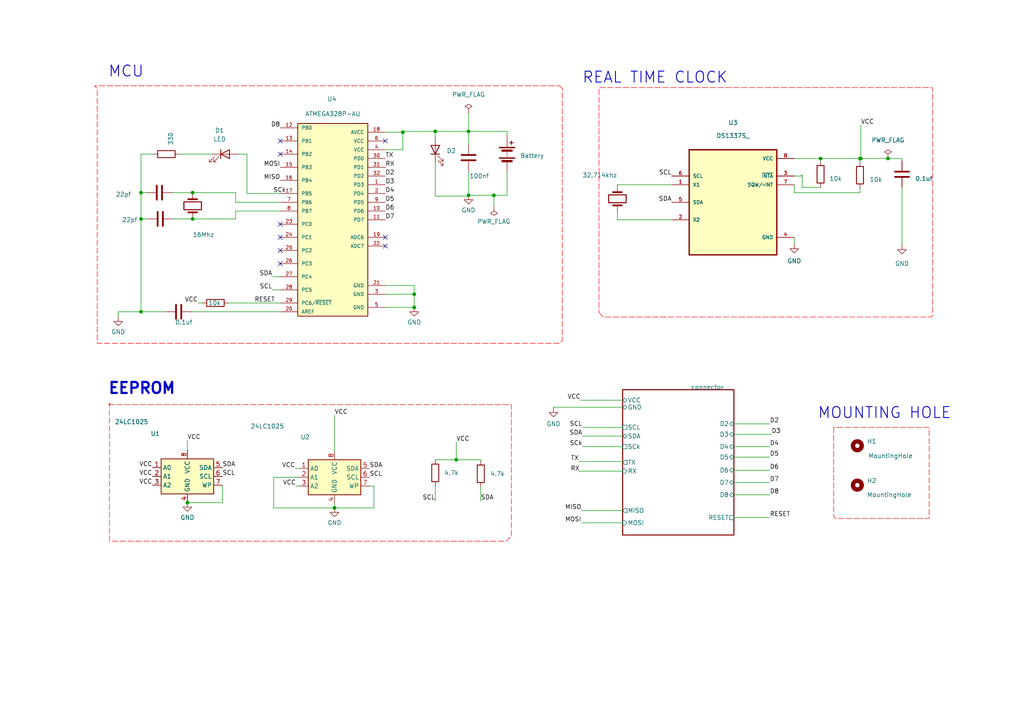
<source format=kicad_sch>
(kicad_sch
	(version 20250114)
	(generator "eeschema")
	(generator_version "9.0")
	(uuid "d0976a87-5b4a-4530-8173-828e81db2d48")
	(paper "A4")
	(title_block
		(title "MICROCONTROLLER")
		(date "2025-07-24")
		(rev "R1")
		(company "MCU\n")
	)
	(lib_symbols
		(symbol "ATMEGA328P-AU:ATMEGA328P-AU"
			(pin_names
				(offset 1.016)
			)
			(exclude_from_sim no)
			(in_bom yes)
			(on_board yes)
			(property "Reference" "U4"
				(at 0 33.274 0)
				(effects
					(font
						(size 1.27 1.27)
					)
				)
			)
			(property "Value" "ATMEGA328P-AU"
				(at 0 30.734 0)
				(effects
					(font
						(size 1.27 1.27)
					)
				)
			)
			(property "Footprint" "ATMEGA328P-AU:QFP80P900X900X120-32N"
				(at 0 0 0)
				(effects
					(font
						(size 1.27 1.27)
					)
					(justify bottom)
					(hide yes)
				)
			)
			(property "Datasheet" ""
				(at 0 0 0)
				(effects
					(font
						(size 1.27 1.27)
					)
					(hide yes)
				)
			)
			(property "Description" ""
				(at 0 0 0)
				(effects
					(font
						(size 1.27 1.27)
					)
					(hide yes)
				)
			)
			(property "DigiKey_Part_Number" "ATMEGA328P-AU-ND"
				(at 0 0 0)
				(effects
					(font
						(size 1.27 1.27)
					)
					(justify bottom)
					(hide yes)
				)
			)
			(property "SnapEDA_Link" "https://www.snapeda.com/parts/ATMEGA328P-AU/Microchip/view-part/?ref=snap"
				(at 0 0 0)
				(effects
					(font
						(size 1.27 1.27)
					)
					(justify bottom)
					(hide yes)
				)
			)
			(property "MAXIMUM_PACKAGE_HEIGHT" "1.20mm"
				(at 0 0 0)
				(effects
					(font
						(size 1.27 1.27)
					)
					(justify bottom)
					(hide yes)
				)
			)
			(property "Package" "TQFP-32 Microchip"
				(at 0 0 0)
				(effects
					(font
						(size 1.27 1.27)
					)
					(justify bottom)
					(hide yes)
				)
			)
			(property "Check_prices" "https://www.snapeda.com/parts/ATMEGA328P-AU/Microchip/view-part/?ref=eda"
				(at 0 0 0)
				(effects
					(font
						(size 1.27 1.27)
					)
					(justify bottom)
					(hide yes)
				)
			)
			(property "STANDARD" "IPC-7351B"
				(at 0 0 0)
				(effects
					(font
						(size 1.27 1.27)
					)
					(justify bottom)
					(hide yes)
				)
			)
			(property "PARTREV" "8271A"
				(at 0 0 0)
				(effects
					(font
						(size 1.27 1.27)
					)
					(justify bottom)
					(hide yes)
				)
			)
			(property "MF" "MICROCHIP TECH."
				(at 0 0 0)
				(effects
					(font
						(size 1.27 1.27)
					)
					(justify bottom)
					(hide yes)
				)
			)
			(property "MP" "ATMEGA328P-AU"
				(at 0 0 0)
				(effects
					(font
						(size 1.27 1.27)
					)
					(justify bottom)
					(hide yes)
				)
			)
			(property "Description_1" "MCU 8-bit - AVR ATmega Family ATmega328 Series Microcontrollers - 20 MHz - 32 KB - 2 KB - 32 Pins."
				(at 0 0 0)
				(effects
					(font
						(size 1.27 1.27)
					)
					(justify bottom)
					(hide yes)
				)
			)
			(property "MANUFACTURER" "Microchip"
				(at 0 0 0)
				(effects
					(font
						(size 1.27 1.27)
					)
					(justify bottom)
					(hide yes)
				)
			)
			(symbol "ATMEGA328P-AU_0_0"
				(rectangle
					(start -10.16 27.94)
					(end 10.16 -27.94)
					(stroke
						(width 0.254)
						(type default)
					)
					(fill
						(type background)
					)
				)
				(pin bidirectional line
					(at -15.24 26.67 0)
					(length 5.08)
					(name "PB0"
						(effects
							(font
								(size 1.016 1.016)
							)
						)
					)
					(number "12"
						(effects
							(font
								(size 1.016 1.016)
							)
						)
					)
				)
				(pin bidirectional line
					(at -15.24 22.86 0)
					(length 5.08)
					(name "PB1"
						(effects
							(font
								(size 1.016 1.016)
							)
						)
					)
					(number "13"
						(effects
							(font
								(size 1.016 1.016)
							)
						)
					)
				)
				(pin bidirectional line
					(at -15.24 19.05 0)
					(length 5.08)
					(name "PB2"
						(effects
							(font
								(size 1.016 1.016)
							)
						)
					)
					(number "14"
						(effects
							(font
								(size 1.016 1.016)
							)
						)
					)
				)
				(pin bidirectional line
					(at -15.24 15.24 0)
					(length 5.08)
					(name "PB3"
						(effects
							(font
								(size 1.016 1.016)
							)
						)
					)
					(number "15"
						(effects
							(font
								(size 1.016 1.016)
							)
						)
					)
				)
				(pin bidirectional line
					(at -15.24 11.43 0)
					(length 5.08)
					(name "PB4"
						(effects
							(font
								(size 1.016 1.016)
							)
						)
					)
					(number "16"
						(effects
							(font
								(size 1.016 1.016)
							)
						)
					)
				)
				(pin bidirectional line
					(at -15.24 7.62 0)
					(length 5.08)
					(name "PB5"
						(effects
							(font
								(size 1.016 1.016)
							)
						)
					)
					(number "17"
						(effects
							(font
								(size 1.016 1.016)
							)
						)
					)
				)
				(pin bidirectional line
					(at -15.24 5.08 0)
					(length 5.08)
					(name "PB6"
						(effects
							(font
								(size 1.016 1.016)
							)
						)
					)
					(number "7"
						(effects
							(font
								(size 1.016 1.016)
							)
						)
					)
				)
				(pin bidirectional line
					(at -15.24 2.54 0)
					(length 5.08)
					(name "PB7"
						(effects
							(font
								(size 1.016 1.016)
							)
						)
					)
					(number "8"
						(effects
							(font
								(size 1.016 1.016)
							)
						)
					)
				)
				(pin bidirectional line
					(at -15.24 -1.27 0)
					(length 5.08)
					(name "PC0"
						(effects
							(font
								(size 1.016 1.016)
							)
						)
					)
					(number "23"
						(effects
							(font
								(size 1.016 1.016)
							)
						)
					)
				)
				(pin bidirectional line
					(at -15.24 -5.08 0)
					(length 5.08)
					(name "PC1"
						(effects
							(font
								(size 1.016 1.016)
							)
						)
					)
					(number "24"
						(effects
							(font
								(size 1.016 1.016)
							)
						)
					)
				)
				(pin bidirectional line
					(at -15.24 -8.89 0)
					(length 5.08)
					(name "PC2"
						(effects
							(font
								(size 1.016 1.016)
							)
						)
					)
					(number "25"
						(effects
							(font
								(size 1.016 1.016)
							)
						)
					)
				)
				(pin bidirectional line
					(at -15.24 -12.7 0)
					(length 5.08)
					(name "PC3"
						(effects
							(font
								(size 1.016 1.016)
							)
						)
					)
					(number "26"
						(effects
							(font
								(size 1.016 1.016)
							)
						)
					)
				)
				(pin bidirectional line
					(at -15.24 -16.51 0)
					(length 5.08)
					(name "PC4"
						(effects
							(font
								(size 1.016 1.016)
							)
						)
					)
					(number "27"
						(effects
							(font
								(size 1.016 1.016)
							)
						)
					)
				)
				(pin bidirectional line
					(at -15.24 -24.13 0)
					(length 5.08)
					(name "PC6/~{RESET}"
						(effects
							(font
								(size 1.016 1.016)
							)
						)
					)
					(number "29"
						(effects
							(font
								(size 1.016 1.016)
							)
						)
					)
				)
				(pin input line
					(at -15.24 -26.67 0)
					(length 5.08)
					(name "AREF"
						(effects
							(font
								(size 1.016 1.016)
							)
						)
					)
					(number "20"
						(effects
							(font
								(size 1.016 1.016)
							)
						)
					)
				)
				(pin power_in line
					(at 15.24 25.4 180)
					(length 5.08)
					(name "AVCC"
						(effects
							(font
								(size 1.016 1.016)
							)
						)
					)
					(number "18"
						(effects
							(font
								(size 1.016 1.016)
							)
						)
					)
				)
				(pin power_in line
					(at 15.24 22.86 180)
					(length 5.08)
					(name "VCC"
						(effects
							(font
								(size 1.016 1.016)
							)
						)
					)
					(number "6"
						(effects
							(font
								(size 1.016 1.016)
							)
						)
					)
				)
				(pin power_in line
					(at 15.24 20.32 180)
					(length 5.08)
					(name "VCC"
						(effects
							(font
								(size 1.016 1.016)
							)
						)
					)
					(number "4"
						(effects
							(font
								(size 1.016 1.016)
							)
						)
					)
				)
				(pin bidirectional line
					(at 15.24 17.78 180)
					(length 5.08)
					(name "PD0"
						(effects
							(font
								(size 1.016 1.016)
							)
						)
					)
					(number "30"
						(effects
							(font
								(size 1.016 1.016)
							)
						)
					)
				)
				(pin bidirectional line
					(at 15.24 15.24 180)
					(length 5.08)
					(name "PD1"
						(effects
							(font
								(size 1.016 1.016)
							)
						)
					)
					(number "31"
						(effects
							(font
								(size 1.016 1.016)
							)
						)
					)
				)
				(pin bidirectional line
					(at 15.24 12.7 180)
					(length 5.08)
					(name "PD2"
						(effects
							(font
								(size 1.016 1.016)
							)
						)
					)
					(number "32"
						(effects
							(font
								(size 1.016 1.016)
							)
						)
					)
				)
				(pin bidirectional line
					(at 15.24 10.16 180)
					(length 5.08)
					(name "PD3"
						(effects
							(font
								(size 1.016 1.016)
							)
						)
					)
					(number "1"
						(effects
							(font
								(size 1.016 1.016)
							)
						)
					)
				)
				(pin bidirectional line
					(at 15.24 7.62 180)
					(length 5.08)
					(name "PD4"
						(effects
							(font
								(size 1.016 1.016)
							)
						)
					)
					(number "2"
						(effects
							(font
								(size 1.016 1.016)
							)
						)
					)
				)
				(pin bidirectional line
					(at 15.24 5.08 180)
					(length 5.08)
					(name "PD5"
						(effects
							(font
								(size 1.016 1.016)
							)
						)
					)
					(number "9"
						(effects
							(font
								(size 1.016 1.016)
							)
						)
					)
				)
				(pin bidirectional line
					(at 15.24 2.54 180)
					(length 5.08)
					(name "PD6"
						(effects
							(font
								(size 1.016 1.016)
							)
						)
					)
					(number "10"
						(effects
							(font
								(size 1.016 1.016)
							)
						)
					)
				)
				(pin bidirectional line
					(at 15.24 0 180)
					(length 5.08)
					(name "PD7"
						(effects
							(font
								(size 1.016 1.016)
							)
						)
					)
					(number "11"
						(effects
							(font
								(size 1.016 1.016)
							)
						)
					)
				)
				(pin bidirectional line
					(at 15.24 -5.08 180)
					(length 5.08)
					(name "ADC6"
						(effects
							(font
								(size 1.016 1.016)
							)
						)
					)
					(number "19"
						(effects
							(font
								(size 1.016 1.016)
							)
						)
					)
				)
				(pin bidirectional line
					(at 15.24 -7.62 180)
					(length 5.08)
					(name "ADC7"
						(effects
							(font
								(size 1.016 1.016)
							)
						)
					)
					(number "22"
						(effects
							(font
								(size 1.016 1.016)
							)
						)
					)
				)
				(pin power_in line
					(at 15.24 -19.05 180)
					(length 5.08)
					(name "GND"
						(effects
							(font
								(size 1.016 1.016)
							)
						)
					)
					(number "21"
						(effects
							(font
								(size 1.016 1.016)
							)
						)
					)
				)
				(pin power_in line
					(at 15.24 -21.59 180)
					(length 5.08)
					(name "GND"
						(effects
							(font
								(size 1.016 1.016)
							)
						)
					)
					(number "3"
						(effects
							(font
								(size 1.016 1.016)
							)
						)
					)
				)
				(pin power_in line
					(at 15.24 -25.4 180)
					(length 5.08)
					(name "GND"
						(effects
							(font
								(size 1.016 1.016)
							)
						)
					)
					(number "5"
						(effects
							(font
								(size 1.016 1.016)
							)
						)
					)
				)
			)
			(symbol "ATMEGA328P-AU_1_0"
				(pin bidirectional line
					(at -15.24 -20.32 0)
					(length 5.08)
					(name "PC5"
						(effects
							(font
								(size 1.016 1.016)
							)
						)
					)
					(number "28"
						(effects
							(font
								(size 1.016 1.016)
							)
						)
					)
				)
			)
			(embedded_fonts no)
		)
		(symbol "DS1337S_:DS1337S_"
			(pin_names
				(offset 1.016)
			)
			(exclude_from_sim no)
			(in_bom yes)
			(on_board yes)
			(property "Reference" "U"
				(at -12.7 16.24 0)
				(effects
					(font
						(size 1.27 1.27)
					)
					(justify left bottom)
				)
			)
			(property "Value" "DS1337S_"
				(at -12.7 -19.24 0)
				(effects
					(font
						(size 1.27 1.27)
					)
					(justify left bottom)
				)
			)
			(property "Footprint" "DS1337S_:SOIC127P600X175-8N"
				(at 0 0 0)
				(effects
					(font
						(size 1.27 1.27)
					)
					(justify bottom)
					(hide yes)
				)
			)
			(property "Datasheet" ""
				(at 0 0 0)
				(effects
					(font
						(size 1.27 1.27)
					)
					(hide yes)
				)
			)
			(property "Description" ""
				(at 0 0 0)
				(effects
					(font
						(size 1.27 1.27)
					)
					(hide yes)
				)
			)
			(property "MF" "Analog Devices"
				(at 0 0 0)
				(effects
					(font
						(size 1.27 1.27)
					)
					(justify bottom)
					(hide yes)
				)
			)
			(property "Description_1" "Real Time Clock (RTC) IC Clock/Calendar - I²C, 2-Wire Serial 8-SOIC (0.154, 3.90mm Width)"
				(at 0 0 0)
				(effects
					(font
						(size 1.27 1.27)
					)
					(justify bottom)
					(hide yes)
				)
			)
			(property "Package" "SOIC-8 Maxim"
				(at 0 0 0)
				(effects
					(font
						(size 1.27 1.27)
					)
					(justify bottom)
					(hide yes)
				)
			)
			(property "Price" "None"
				(at 0 0 0)
				(effects
					(font
						(size 1.27 1.27)
					)
					(justify bottom)
					(hide yes)
				)
			)
			(property "SnapEDA_Link" "https://www.snapeda.com/parts/DS1337S/Analog+Devices/view-part/?ref=snap"
				(at 0 0 0)
				(effects
					(font
						(size 1.27 1.27)
					)
					(justify bottom)
					(hide yes)
				)
			)
			(property "MP" "DS1337S"
				(at 0 0 0)
				(effects
					(font
						(size 1.27 1.27)
					)
					(justify bottom)
					(hide yes)
				)
			)
			(property "Availability" "In Stock"
				(at 0 0 0)
				(effects
					(font
						(size 1.27 1.27)
					)
					(justify bottom)
					(hide yes)
				)
			)
			(property "Check_prices" "https://www.snapeda.com/parts/DS1337S/Analog+Devices/view-part/?ref=eda"
				(at 0 0 0)
				(effects
					(font
						(size 1.27 1.27)
					)
					(justify bottom)
					(hide yes)
				)
			)
			(symbol "DS1337S__0_0"
				(rectangle
					(start -12.7 -15.24)
					(end 12.7 15.24)
					(stroke
						(width 0.41)
						(type default)
					)
					(fill
						(type background)
					)
				)
				(pin input line
					(at -17.78 7.62 0)
					(length 5.08)
					(name "SCL"
						(effects
							(font
								(size 1.016 1.016)
							)
						)
					)
					(number "6"
						(effects
							(font
								(size 1.016 1.016)
							)
						)
					)
				)
				(pin input line
					(at -17.78 5.08 0)
					(length 5.08)
					(name "X1"
						(effects
							(font
								(size 1.016 1.016)
							)
						)
					)
					(number "1"
						(effects
							(font
								(size 1.016 1.016)
							)
						)
					)
				)
				(pin bidirectional line
					(at -17.78 0 0)
					(length 5.08)
					(name "SDA"
						(effects
							(font
								(size 1.016 1.016)
							)
						)
					)
					(number "5"
						(effects
							(font
								(size 1.016 1.016)
							)
						)
					)
				)
				(pin bidirectional line
					(at -17.78 -5.08 0)
					(length 5.08)
					(name "X2"
						(effects
							(font
								(size 1.016 1.016)
							)
						)
					)
					(number "2"
						(effects
							(font
								(size 1.016 1.016)
							)
						)
					)
				)
				(pin power_in line
					(at 17.78 12.7 180)
					(length 5.08)
					(name "VCC"
						(effects
							(font
								(size 1.016 1.016)
							)
						)
					)
					(number "8"
						(effects
							(font
								(size 1.016 1.016)
							)
						)
					)
				)
				(pin output line
					(at 17.78 7.62 180)
					(length 5.08)
					(name "~{INTA}"
						(effects
							(font
								(size 1.016 1.016)
							)
						)
					)
					(number "3"
						(effects
							(font
								(size 1.016 1.016)
							)
						)
					)
				)
				(pin output line
					(at 17.78 5.08 180)
					(length 5.08)
					(name "SQW/~INT"
						(effects
							(font
								(size 1.016 1.016)
							)
						)
					)
					(number "7"
						(effects
							(font
								(size 1.016 1.016)
							)
						)
					)
				)
				(pin power_in line
					(at 17.78 -10.16 180)
					(length 5.08)
					(name "GND"
						(effects
							(font
								(size 1.016 1.016)
							)
						)
					)
					(number "4"
						(effects
							(font
								(size 1.016 1.016)
							)
						)
					)
				)
			)
			(embedded_fonts no)
		)
		(symbol "Device:Battery"
			(pin_numbers
				(hide yes)
			)
			(pin_names
				(offset 0)
				(hide yes)
			)
			(exclude_from_sim no)
			(in_bom yes)
			(on_board yes)
			(property "Reference" "BT"
				(at 2.54 2.54 0)
				(effects
					(font
						(size 1.27 1.27)
					)
					(justify left)
				)
			)
			(property "Value" "Battery"
				(at 2.54 0 0)
				(effects
					(font
						(size 1.27 1.27)
					)
					(justify left)
				)
			)
			(property "Footprint" ""
				(at 0 1.524 90)
				(effects
					(font
						(size 1.27 1.27)
					)
					(hide yes)
				)
			)
			(property "Datasheet" "~"
				(at 0 1.524 90)
				(effects
					(font
						(size 1.27 1.27)
					)
					(hide yes)
				)
			)
			(property "Description" "Multiple-cell battery"
				(at 0 0 0)
				(effects
					(font
						(size 1.27 1.27)
					)
					(hide yes)
				)
			)
			(property "ki_keywords" "batt voltage-source cell"
				(at 0 0 0)
				(effects
					(font
						(size 1.27 1.27)
					)
					(hide yes)
				)
			)
			(symbol "Battery_0_1"
				(rectangle
					(start -2.286 1.778)
					(end 2.286 1.524)
					(stroke
						(width 0)
						(type default)
					)
					(fill
						(type outline)
					)
				)
				(rectangle
					(start -2.286 -1.27)
					(end 2.286 -1.524)
					(stroke
						(width 0)
						(type default)
					)
					(fill
						(type outline)
					)
				)
				(rectangle
					(start -1.524 1.016)
					(end 1.524 0.508)
					(stroke
						(width 0)
						(type default)
					)
					(fill
						(type outline)
					)
				)
				(rectangle
					(start -1.524 -2.032)
					(end 1.524 -2.54)
					(stroke
						(width 0)
						(type default)
					)
					(fill
						(type outline)
					)
				)
				(polyline
					(pts
						(xy 0 1.778) (xy 0 2.54)
					)
					(stroke
						(width 0)
						(type default)
					)
					(fill
						(type none)
					)
				)
				(polyline
					(pts
						(xy 0 0) (xy 0 0.254)
					)
					(stroke
						(width 0)
						(type default)
					)
					(fill
						(type none)
					)
				)
				(polyline
					(pts
						(xy 0 -0.508) (xy 0 -0.254)
					)
					(stroke
						(width 0)
						(type default)
					)
					(fill
						(type none)
					)
				)
				(polyline
					(pts
						(xy 0 -1.016) (xy 0 -0.762)
					)
					(stroke
						(width 0)
						(type default)
					)
					(fill
						(type none)
					)
				)
				(polyline
					(pts
						(xy 0.762 3.048) (xy 1.778 3.048)
					)
					(stroke
						(width 0.254)
						(type default)
					)
					(fill
						(type none)
					)
				)
				(polyline
					(pts
						(xy 1.27 3.556) (xy 1.27 2.54)
					)
					(stroke
						(width 0.254)
						(type default)
					)
					(fill
						(type none)
					)
				)
			)
			(symbol "Battery_1_1"
				(pin passive line
					(at 0 5.08 270)
					(length 2.54)
					(name "+"
						(effects
							(font
								(size 1.27 1.27)
							)
						)
					)
					(number "1"
						(effects
							(font
								(size 1.27 1.27)
							)
						)
					)
				)
				(pin passive line
					(at 0 -5.08 90)
					(length 2.54)
					(name "-"
						(effects
							(font
								(size 1.27 1.27)
							)
						)
					)
					(number "2"
						(effects
							(font
								(size 1.27 1.27)
							)
						)
					)
				)
			)
			(embedded_fonts no)
		)
		(symbol "Device:C"
			(pin_numbers
				(hide yes)
			)
			(pin_names
				(offset 0.254)
			)
			(exclude_from_sim no)
			(in_bom yes)
			(on_board yes)
			(property "Reference" "C"
				(at 0.635 2.54 0)
				(effects
					(font
						(size 1.27 1.27)
					)
					(justify left)
				)
			)
			(property "Value" "C"
				(at 0.635 -2.54 0)
				(effects
					(font
						(size 1.27 1.27)
					)
					(justify left)
				)
			)
			(property "Footprint" ""
				(at 0.9652 -3.81 0)
				(effects
					(font
						(size 1.27 1.27)
					)
					(hide yes)
				)
			)
			(property "Datasheet" "~"
				(at 0 0 0)
				(effects
					(font
						(size 1.27 1.27)
					)
					(hide yes)
				)
			)
			(property "Description" "Unpolarized capacitor"
				(at 0 0 0)
				(effects
					(font
						(size 1.27 1.27)
					)
					(hide yes)
				)
			)
			(property "ki_keywords" "cap capacitor"
				(at 0 0 0)
				(effects
					(font
						(size 1.27 1.27)
					)
					(hide yes)
				)
			)
			(property "ki_fp_filters" "C_*"
				(at 0 0 0)
				(effects
					(font
						(size 1.27 1.27)
					)
					(hide yes)
				)
			)
			(symbol "C_0_1"
				(polyline
					(pts
						(xy -2.032 0.762) (xy 2.032 0.762)
					)
					(stroke
						(width 0.508)
						(type default)
					)
					(fill
						(type none)
					)
				)
				(polyline
					(pts
						(xy -2.032 -0.762) (xy 2.032 -0.762)
					)
					(stroke
						(width 0.508)
						(type default)
					)
					(fill
						(type none)
					)
				)
			)
			(symbol "C_1_1"
				(pin passive line
					(at 0 3.81 270)
					(length 2.794)
					(name "~"
						(effects
							(font
								(size 1.27 1.27)
							)
						)
					)
					(number "1"
						(effects
							(font
								(size 1.27 1.27)
							)
						)
					)
				)
				(pin passive line
					(at 0 -3.81 90)
					(length 2.794)
					(name "~"
						(effects
							(font
								(size 1.27 1.27)
							)
						)
					)
					(number "2"
						(effects
							(font
								(size 1.27 1.27)
							)
						)
					)
				)
			)
			(embedded_fonts no)
		)
		(symbol "Device:Crystal"
			(pin_numbers
				(hide yes)
			)
			(pin_names
				(offset 1.016)
				(hide yes)
			)
			(exclude_from_sim no)
			(in_bom yes)
			(on_board yes)
			(property "Reference" "Y"
				(at 0 3.81 0)
				(effects
					(font
						(size 1.27 1.27)
					)
				)
			)
			(property "Value" "Crystal"
				(at 0 -3.81 0)
				(effects
					(font
						(size 1.27 1.27)
					)
				)
			)
			(property "Footprint" ""
				(at 0 0 0)
				(effects
					(font
						(size 1.27 1.27)
					)
					(hide yes)
				)
			)
			(property "Datasheet" "~"
				(at 0 0 0)
				(effects
					(font
						(size 1.27 1.27)
					)
					(hide yes)
				)
			)
			(property "Description" "Two pin crystal"
				(at 0 0 0)
				(effects
					(font
						(size 1.27 1.27)
					)
					(hide yes)
				)
			)
			(property "ki_keywords" "quartz ceramic resonator oscillator"
				(at 0 0 0)
				(effects
					(font
						(size 1.27 1.27)
					)
					(hide yes)
				)
			)
			(property "ki_fp_filters" "Crystal*"
				(at 0 0 0)
				(effects
					(font
						(size 1.27 1.27)
					)
					(hide yes)
				)
			)
			(symbol "Crystal_0_1"
				(polyline
					(pts
						(xy -2.54 0) (xy -1.905 0)
					)
					(stroke
						(width 0)
						(type default)
					)
					(fill
						(type none)
					)
				)
				(polyline
					(pts
						(xy -1.905 -1.27) (xy -1.905 1.27)
					)
					(stroke
						(width 0.508)
						(type default)
					)
					(fill
						(type none)
					)
				)
				(rectangle
					(start -1.143 2.54)
					(end 1.143 -2.54)
					(stroke
						(width 0.3048)
						(type default)
					)
					(fill
						(type none)
					)
				)
				(polyline
					(pts
						(xy 1.905 -1.27) (xy 1.905 1.27)
					)
					(stroke
						(width 0.508)
						(type default)
					)
					(fill
						(type none)
					)
				)
				(polyline
					(pts
						(xy 2.54 0) (xy 1.905 0)
					)
					(stroke
						(width 0)
						(type default)
					)
					(fill
						(type none)
					)
				)
			)
			(symbol "Crystal_1_1"
				(pin passive line
					(at -3.81 0 0)
					(length 1.27)
					(name "1"
						(effects
							(font
								(size 1.27 1.27)
							)
						)
					)
					(number "1"
						(effects
							(font
								(size 1.27 1.27)
							)
						)
					)
				)
				(pin passive line
					(at 3.81 0 180)
					(length 1.27)
					(name "2"
						(effects
							(font
								(size 1.27 1.27)
							)
						)
					)
					(number "2"
						(effects
							(font
								(size 1.27 1.27)
							)
						)
					)
				)
			)
			(embedded_fonts no)
		)
		(symbol "Device:LED"
			(pin_numbers
				(hide yes)
			)
			(pin_names
				(offset 1.016)
				(hide yes)
			)
			(exclude_from_sim no)
			(in_bom yes)
			(on_board yes)
			(property "Reference" "D"
				(at 0 2.54 0)
				(effects
					(font
						(size 1.27 1.27)
					)
				)
			)
			(property "Value" "LED"
				(at 0 -2.54 0)
				(effects
					(font
						(size 1.27 1.27)
					)
				)
			)
			(property "Footprint" ""
				(at 0 0 0)
				(effects
					(font
						(size 1.27 1.27)
					)
					(hide yes)
				)
			)
			(property "Datasheet" "~"
				(at 0 0 0)
				(effects
					(font
						(size 1.27 1.27)
					)
					(hide yes)
				)
			)
			(property "Description" "Light emitting diode"
				(at 0 0 0)
				(effects
					(font
						(size 1.27 1.27)
					)
					(hide yes)
				)
			)
			(property "Sim.Pins" "1=K 2=A"
				(at 0 0 0)
				(effects
					(font
						(size 1.27 1.27)
					)
					(hide yes)
				)
			)
			(property "ki_keywords" "LED diode"
				(at 0 0 0)
				(effects
					(font
						(size 1.27 1.27)
					)
					(hide yes)
				)
			)
			(property "ki_fp_filters" "LED* LED_SMD:* LED_THT:*"
				(at 0 0 0)
				(effects
					(font
						(size 1.27 1.27)
					)
					(hide yes)
				)
			)
			(symbol "LED_0_1"
				(polyline
					(pts
						(xy -3.048 -0.762) (xy -4.572 -2.286) (xy -3.81 -2.286) (xy -4.572 -2.286) (xy -4.572 -1.524)
					)
					(stroke
						(width 0)
						(type default)
					)
					(fill
						(type none)
					)
				)
				(polyline
					(pts
						(xy -1.778 -0.762) (xy -3.302 -2.286) (xy -2.54 -2.286) (xy -3.302 -2.286) (xy -3.302 -1.524)
					)
					(stroke
						(width 0)
						(type default)
					)
					(fill
						(type none)
					)
				)
				(polyline
					(pts
						(xy -1.27 0) (xy 1.27 0)
					)
					(stroke
						(width 0)
						(type default)
					)
					(fill
						(type none)
					)
				)
				(polyline
					(pts
						(xy -1.27 -1.27) (xy -1.27 1.27)
					)
					(stroke
						(width 0.254)
						(type default)
					)
					(fill
						(type none)
					)
				)
				(polyline
					(pts
						(xy 1.27 -1.27) (xy 1.27 1.27) (xy -1.27 0) (xy 1.27 -1.27)
					)
					(stroke
						(width 0.254)
						(type default)
					)
					(fill
						(type none)
					)
				)
			)
			(symbol "LED_1_1"
				(pin passive line
					(at -3.81 0 0)
					(length 2.54)
					(name "K"
						(effects
							(font
								(size 1.27 1.27)
							)
						)
					)
					(number "1"
						(effects
							(font
								(size 1.27 1.27)
							)
						)
					)
				)
				(pin passive line
					(at 3.81 0 180)
					(length 2.54)
					(name "A"
						(effects
							(font
								(size 1.27 1.27)
							)
						)
					)
					(number "2"
						(effects
							(font
								(size 1.27 1.27)
							)
						)
					)
				)
			)
			(embedded_fonts no)
		)
		(symbol "Device:R"
			(pin_numbers
				(hide yes)
			)
			(pin_names
				(offset 0)
			)
			(exclude_from_sim no)
			(in_bom yes)
			(on_board yes)
			(property "Reference" "R"
				(at 2.032 0 90)
				(effects
					(font
						(size 1.27 1.27)
					)
				)
			)
			(property "Value" "R"
				(at 0 0 90)
				(effects
					(font
						(size 1.27 1.27)
					)
				)
			)
			(property "Footprint" ""
				(at -1.778 0 90)
				(effects
					(font
						(size 1.27 1.27)
					)
					(hide yes)
				)
			)
			(property "Datasheet" "~"
				(at 0 0 0)
				(effects
					(font
						(size 1.27 1.27)
					)
					(hide yes)
				)
			)
			(property "Description" "Resistor"
				(at 0 0 0)
				(effects
					(font
						(size 1.27 1.27)
					)
					(hide yes)
				)
			)
			(property "ki_keywords" "R res resistor"
				(at 0 0 0)
				(effects
					(font
						(size 1.27 1.27)
					)
					(hide yes)
				)
			)
			(property "ki_fp_filters" "R_*"
				(at 0 0 0)
				(effects
					(font
						(size 1.27 1.27)
					)
					(hide yes)
				)
			)
			(symbol "R_0_1"
				(rectangle
					(start -1.016 -2.54)
					(end 1.016 2.54)
					(stroke
						(width 0.254)
						(type default)
					)
					(fill
						(type none)
					)
				)
			)
			(symbol "R_1_1"
				(pin passive line
					(at 0 3.81 270)
					(length 1.27)
					(name "~"
						(effects
							(font
								(size 1.27 1.27)
							)
						)
					)
					(number "1"
						(effects
							(font
								(size 1.27 1.27)
							)
						)
					)
				)
				(pin passive line
					(at 0 -3.81 90)
					(length 1.27)
					(name "~"
						(effects
							(font
								(size 1.27 1.27)
							)
						)
					)
					(number "2"
						(effects
							(font
								(size 1.27 1.27)
							)
						)
					)
				)
			)
			(embedded_fonts no)
		)
		(symbol "Mechanical:MountingHole"
			(pin_names
				(offset 1.016)
			)
			(exclude_from_sim no)
			(in_bom no)
			(on_board yes)
			(property "Reference" "H"
				(at 0 5.08 0)
				(effects
					(font
						(size 1.27 1.27)
					)
				)
			)
			(property "Value" "MountingHole"
				(at 0 3.175 0)
				(effects
					(font
						(size 1.27 1.27)
					)
				)
			)
			(property "Footprint" ""
				(at 0 0 0)
				(effects
					(font
						(size 1.27 1.27)
					)
					(hide yes)
				)
			)
			(property "Datasheet" "~"
				(at 0 0 0)
				(effects
					(font
						(size 1.27 1.27)
					)
					(hide yes)
				)
			)
			(property "Description" "Mounting Hole without connection"
				(at 0 0 0)
				(effects
					(font
						(size 1.27 1.27)
					)
					(hide yes)
				)
			)
			(property "ki_keywords" "mounting hole"
				(at 0 0 0)
				(effects
					(font
						(size 1.27 1.27)
					)
					(hide yes)
				)
			)
			(property "ki_fp_filters" "MountingHole*"
				(at 0 0 0)
				(effects
					(font
						(size 1.27 1.27)
					)
					(hide yes)
				)
			)
			(symbol "MountingHole_0_1"
				(circle
					(center 0 0)
					(radius 1.27)
					(stroke
						(width 1.27)
						(type default)
					)
					(fill
						(type none)
					)
				)
			)
			(embedded_fonts no)
		)
		(symbol "Memory_EEPROM:24LC1025"
			(exclude_from_sim no)
			(in_bom yes)
			(on_board yes)
			(property "Reference" "U"
				(at -6.35 6.35 0)
				(effects
					(font
						(size 1.27 1.27)
					)
				)
			)
			(property "Value" "24LC1025"
				(at 1.27 6.35 0)
				(effects
					(font
						(size 1.27 1.27)
					)
					(justify left)
				)
			)
			(property "Footprint" ""
				(at 0 0 0)
				(effects
					(font
						(size 1.27 1.27)
					)
					(hide yes)
				)
			)
			(property "Datasheet" "http://ww1.microchip.com/downloads/en/DeviceDoc/21941B.pdf"
				(at 0 0 0)
				(effects
					(font
						(size 1.27 1.27)
					)
					(hide yes)
				)
			)
			(property "Description" "I2C Serial EEPROM, 1024Kb, DIP-8/SOIC-8/TSSOP-8/DFN-8"
				(at 0 0 0)
				(effects
					(font
						(size 1.27 1.27)
					)
					(hide yes)
				)
			)
			(property "ki_keywords" "I2C Serial EEPROM"
				(at 0 0 0)
				(effects
					(font
						(size 1.27 1.27)
					)
					(hide yes)
				)
			)
			(property "ki_fp_filters" "DIP*W7.62mm* SOIC*3.9x4.9mm* TSSOP*4.4x3mm*P0.65mm* DFN*3x2mm*P0.5mm*"
				(at 0 0 0)
				(effects
					(font
						(size 1.27 1.27)
					)
					(hide yes)
				)
			)
			(symbol "24LC1025_1_1"
				(rectangle
					(start -7.62 5.08)
					(end 7.62 -5.08)
					(stroke
						(width 0.254)
						(type default)
					)
					(fill
						(type background)
					)
				)
				(pin input line
					(at -10.16 2.54 0)
					(length 2.54)
					(name "A0"
						(effects
							(font
								(size 1.27 1.27)
							)
						)
					)
					(number "1"
						(effects
							(font
								(size 1.27 1.27)
							)
						)
					)
				)
				(pin input line
					(at -10.16 0 0)
					(length 2.54)
					(name "A1"
						(effects
							(font
								(size 1.27 1.27)
							)
						)
					)
					(number "2"
						(effects
							(font
								(size 1.27 1.27)
							)
						)
					)
				)
				(pin input line
					(at -10.16 -2.54 0)
					(length 2.54)
					(name "A2"
						(effects
							(font
								(size 1.27 1.27)
							)
						)
					)
					(number "3"
						(effects
							(font
								(size 1.27 1.27)
							)
						)
					)
				)
				(pin power_in line
					(at 0 7.62 270)
					(length 2.54)
					(name "VCC"
						(effects
							(font
								(size 1.27 1.27)
							)
						)
					)
					(number "8"
						(effects
							(font
								(size 1.27 1.27)
							)
						)
					)
				)
				(pin power_in line
					(at 0 -7.62 90)
					(length 2.54)
					(name "GND"
						(effects
							(font
								(size 1.27 1.27)
							)
						)
					)
					(number "4"
						(effects
							(font
								(size 1.27 1.27)
							)
						)
					)
				)
				(pin bidirectional line
					(at 10.16 2.54 180)
					(length 2.54)
					(name "SDA"
						(effects
							(font
								(size 1.27 1.27)
							)
						)
					)
					(number "5"
						(effects
							(font
								(size 1.27 1.27)
							)
						)
					)
				)
				(pin input line
					(at 10.16 0 180)
					(length 2.54)
					(name "SCL"
						(effects
							(font
								(size 1.27 1.27)
							)
						)
					)
					(number "6"
						(effects
							(font
								(size 1.27 1.27)
							)
						)
					)
				)
				(pin input line
					(at 10.16 -2.54 180)
					(length 2.54)
					(name "WP"
						(effects
							(font
								(size 1.27 1.27)
							)
						)
					)
					(number "7"
						(effects
							(font
								(size 1.27 1.27)
							)
						)
					)
				)
			)
			(embedded_fonts no)
		)
		(symbol "power:GND"
			(power)
			(pin_numbers
				(hide yes)
			)
			(pin_names
				(offset 0)
				(hide yes)
			)
			(exclude_from_sim no)
			(in_bom yes)
			(on_board yes)
			(property "Reference" "#PWR"
				(at 0 -6.35 0)
				(effects
					(font
						(size 1.27 1.27)
					)
					(hide yes)
				)
			)
			(property "Value" "GND"
				(at 0 -3.81 0)
				(effects
					(font
						(size 1.27 1.27)
					)
				)
			)
			(property "Footprint" ""
				(at 0 0 0)
				(effects
					(font
						(size 1.27 1.27)
					)
					(hide yes)
				)
			)
			(property "Datasheet" ""
				(at 0 0 0)
				(effects
					(font
						(size 1.27 1.27)
					)
					(hide yes)
				)
			)
			(property "Description" "Power symbol creates a global label with name \"GND\" , ground"
				(at 0 0 0)
				(effects
					(font
						(size 1.27 1.27)
					)
					(hide yes)
				)
			)
			(property "ki_keywords" "global power"
				(at 0 0 0)
				(effects
					(font
						(size 1.27 1.27)
					)
					(hide yes)
				)
			)
			(symbol "GND_0_1"
				(polyline
					(pts
						(xy 0 0) (xy 0 -1.27) (xy 1.27 -1.27) (xy 0 -2.54) (xy -1.27 -1.27) (xy 0 -1.27)
					)
					(stroke
						(width 0)
						(type default)
					)
					(fill
						(type none)
					)
				)
			)
			(symbol "GND_1_1"
				(pin power_in line
					(at 0 0 270)
					(length 0)
					(name "~"
						(effects
							(font
								(size 1.27 1.27)
							)
						)
					)
					(number "1"
						(effects
							(font
								(size 1.27 1.27)
							)
						)
					)
				)
			)
			(embedded_fonts no)
		)
		(symbol "power:PWR_FLAG"
			(power)
			(pin_numbers
				(hide yes)
			)
			(pin_names
				(offset 0)
				(hide yes)
			)
			(exclude_from_sim no)
			(in_bom yes)
			(on_board yes)
			(property "Reference" "#FLG"
				(at 0 1.905 0)
				(effects
					(font
						(size 1.27 1.27)
					)
					(hide yes)
				)
			)
			(property "Value" "PWR_FLAG"
				(at 0 3.81 0)
				(effects
					(font
						(size 1.27 1.27)
					)
				)
			)
			(property "Footprint" ""
				(at 0 0 0)
				(effects
					(font
						(size 1.27 1.27)
					)
					(hide yes)
				)
			)
			(property "Datasheet" "~"
				(at 0 0 0)
				(effects
					(font
						(size 1.27 1.27)
					)
					(hide yes)
				)
			)
			(property "Description" "Special symbol for telling ERC where power comes from"
				(at 0 0 0)
				(effects
					(font
						(size 1.27 1.27)
					)
					(hide yes)
				)
			)
			(property "ki_keywords" "flag power"
				(at 0 0 0)
				(effects
					(font
						(size 1.27 1.27)
					)
					(hide yes)
				)
			)
			(symbol "PWR_FLAG_0_0"
				(pin power_out line
					(at 0 0 90)
					(length 0)
					(name "~"
						(effects
							(font
								(size 1.27 1.27)
							)
						)
					)
					(number "1"
						(effects
							(font
								(size 1.27 1.27)
							)
						)
					)
				)
			)
			(symbol "PWR_FLAG_0_1"
				(polyline
					(pts
						(xy 0 0) (xy 0 1.27) (xy -1.016 1.905) (xy 0 2.54) (xy 1.016 1.905) (xy 0 1.27)
					)
					(stroke
						(width 0)
						(type default)
					)
					(fill
						(type none)
					)
				)
			)
			(embedded_fonts no)
		)
	)
	(text "MCU"
		(exclude_from_sim no)
		(at 36.576 20.828 0)
		(effects
			(font
				(size 3.175 3.175)
				(thickness 0.254)
				(bold yes)
			)
		)
		(uuid "3bd4ca73-1165-4634-8e10-7e7247a47438")
	)
	(text "REAL TIME CLOCK"
		(exclude_from_sim no)
		(at 189.992 22.606 0)
		(effects
			(font
				(size 3.175 3.175)
				(thickness 0.254)
				(bold yes)
			)
		)
		(uuid "4cbbd341-270c-437c-abb2-a46f6fcbc815")
	)
	(text "EEPROM"
		(exclude_from_sim no)
		(at 41.148 112.776 0)
		(effects
			(font
				(size 3.175 3.175)
				(thickness 0.635)
				(bold yes)
			)
		)
		(uuid "8dbd3a8e-46ce-4f24-abf1-dc907fe7073d")
	)
	(text "MOUNTING HOLE"
		(exclude_from_sim no)
		(at 256.54 119.888 0)
		(effects
			(font
				(size 3.175 3.175)
				(thickness 0.254)
				(bold yes)
			)
		)
		(uuid "c76eda68-90e1-4a46-b523-1182c0e92d1e")
	)
	(junction
		(at 120.142 85.344)
		(diameter 0)
		(color 0 0 0 0)
		(uuid "1487926a-9e22-47c0-a876-6385f72d00ab")
	)
	(junction
		(at 143.256 56.642)
		(diameter 0)
		(color 0 0 0 0)
		(uuid "20c706fe-a74d-4a86-8df7-4d6d274d2cbe")
	)
	(junction
		(at 249.428 45.974)
		(diameter 0)
		(color 0 0 0 0)
		(uuid "2d03b049-e625-4ba4-992d-5cc3cb36e884")
	)
	(junction
		(at 135.89 56.642)
		(diameter 0)
		(color 0 0 0 0)
		(uuid "30ff95cd-a819-4152-9207-433fb73c5b3c")
	)
	(junction
		(at 257.556 45.974)
		(diameter 0)
		(color 0 0 0 0)
		(uuid "4a0f4505-6045-43df-863c-91164b3b0ee5")
	)
	(junction
		(at 40.894 63.5)
		(diameter 0)
		(color 0 0 0 0)
		(uuid "4b3703a5-ff28-44b7-8c2e-3fdbe3a3176e")
	)
	(junction
		(at 54.356 145.796)
		(diameter 0)
		(color 0 0 0 0)
		(uuid "73505745-accf-489a-baef-9e0d2295fb8f")
	)
	(junction
		(at 237.998 45.974)
		(diameter 0)
		(color 0 0 0 0)
		(uuid "8c3fe4e0-6ae1-46c7-8207-db83b805b47e")
	)
	(junction
		(at 55.88 55.88)
		(diameter 0)
		(color 0 0 0 0)
		(uuid "a2911513-cd21-41d1-a908-b47e8211b552")
	)
	(junction
		(at 249.682 45.974)
		(diameter 0)
		(color 0 0 0 0)
		(uuid "a37b3031-0f70-4d96-b5f1-0d8dbfe51d5d")
	)
	(junction
		(at 135.89 38.1)
		(diameter 0)
		(color 0 0 0 0)
		(uuid "aaff9b5c-d98e-47c4-96f0-ba4c1a9f7281")
	)
	(junction
		(at 120.142 89.154)
		(diameter 0)
		(color 0 0 0 0)
		(uuid "ae259585-1bd0-4e8a-b37f-446edbbf9605")
	)
	(junction
		(at 97.028 147.32)
		(diameter 0)
		(color 0 0 0 0)
		(uuid "bb069574-c50b-4129-8c4d-60b20ea5b61b")
	)
	(junction
		(at 116.84 38.354)
		(diameter 0)
		(color 0 0 0 0)
		(uuid "c441783b-eb3f-4689-ab52-4960eb36f666")
	)
	(junction
		(at 40.894 90.424)
		(diameter 0)
		(color 0 0 0 0)
		(uuid "cdae3a0c-b682-4815-929b-6bd071394eeb")
	)
	(junction
		(at 55.88 63.5)
		(diameter 0)
		(color 0 0 0 0)
		(uuid "ce06f95e-0fc5-459d-b37f-23d0dd2d64a0")
	)
	(junction
		(at 40.894 55.88)
		(diameter 0)
		(color 0 0 0 0)
		(uuid "cfb0c4e4-ca3e-4728-9b84-aba295a5b741")
	)
	(junction
		(at 132.334 133.35)
		(diameter 0)
		(color 0 0 0 0)
		(uuid "eab36b39-0114-444d-ac20-85c9d96d47af")
	)
	(junction
		(at 126.238 38.1)
		(diameter 0)
		(color 0 0 0 0)
		(uuid "ebcdd8f9-e0f0-468a-91ae-eeee5c3e588f")
	)
	(no_connect
		(at 81.28 65.024)
		(uuid "34c217f4-5cc3-47fa-af41-4493e7cf3d30")
	)
	(no_connect
		(at 81.28 68.834)
		(uuid "4a1c52a8-a771-46e7-8aac-58b788242792")
	)
	(no_connect
		(at 81.28 76.454)
		(uuid "5d0bfb49-6c3d-4a51-adac-d34de4542379")
	)
	(no_connect
		(at 81.28 72.644)
		(uuid "64319488-e4d6-4096-a0c6-1b00cfafa19f")
	)
	(no_connect
		(at 111.76 40.894)
		(uuid "6c036873-c490-4e8b-8726-86542901e6bd")
	)
	(no_connect
		(at 111.76 71.374)
		(uuid "7bcf5eee-b4f4-4c10-a49e-7296c4959b94")
	)
	(no_connect
		(at 81.28 40.894)
		(uuid "9c397135-54b0-464f-b2f4-81a802f925bc")
	)
	(no_connect
		(at 111.76 68.834)
		(uuid "9df7f8c2-05e0-4182-8500-7aa7e34a4f93")
	)
	(no_connect
		(at 81.28 44.704)
		(uuid "e0b0c176-9184-4195-acd3-fdd224a8d452")
	)
	(wire
		(pts
			(xy 116.84 38.1) (xy 126.238 38.1)
		)
		(stroke
			(width 0)
			(type default)
		)
		(uuid "013cee4f-d92a-4267-b6ec-a833a06c512a")
	)
	(wire
		(pts
			(xy 232.664 54.356) (xy 237.998 54.356)
		)
		(stroke
			(width 0)
			(type default)
		)
		(uuid "035a17d5-63c3-40c3-bdf5-6c15dd1c205e")
	)
	(wire
		(pts
			(xy 249.428 55.88) (xy 249.428 54.61)
		)
		(stroke
			(width 0)
			(type default)
		)
		(uuid "0366f12e-cc2b-44f7-b3a8-c8a24d9d1e06")
	)
	(wire
		(pts
			(xy 168.656 148.082) (xy 180.594 148.082)
		)
		(stroke
			(width 0)
			(type default)
		)
		(uuid "08692b4e-14b5-4aaa-82b5-9c6d3787b818")
	)
	(wire
		(pts
			(xy 180.594 129.54) (xy 168.91 129.54)
		)
		(stroke
			(width 0)
			(type default)
		)
		(uuid "0c9339e9-75d7-4d06-bd39-aeef0d198edc")
	)
	(wire
		(pts
			(xy 50.292 63.5) (xy 55.88 63.5)
		)
		(stroke
			(width 0)
			(type default)
		)
		(uuid "0cfa4098-4e26-423c-9a2e-e8532a8394f2")
	)
	(wire
		(pts
			(xy 249.682 45.974) (xy 257.556 45.974)
		)
		(stroke
			(width 0)
			(type default)
		)
		(uuid "0e5dcd58-367f-47cf-a6cf-d5438b24dc91")
	)
	(wire
		(pts
			(xy 126.238 38.1) (xy 126.238 39.624)
		)
		(stroke
			(width 0)
			(type default)
		)
		(uuid "0ed0b45d-039c-4645-bf14-4deb8d17c44b")
	)
	(wire
		(pts
			(xy 135.89 38.1) (xy 135.89 41.91)
		)
		(stroke
			(width 0)
			(type default)
		)
		(uuid "1adddc77-bc9e-4772-a414-f8e51fb5e797")
	)
	(wire
		(pts
			(xy 168.656 151.638) (xy 180.594 151.638)
		)
		(stroke
			(width 0)
			(type default)
		)
		(uuid "1f773f1f-c874-4490-8f5e-939da6e4e795")
	)
	(wire
		(pts
			(xy 212.852 129.54) (xy 223.266 129.54)
		)
		(stroke
			(width 0)
			(type default)
		)
		(uuid "21d12f36-385b-4c84-9e0b-e58ff2b3ccf4")
	)
	(wire
		(pts
			(xy 212.852 132.588) (xy 223.266 132.588)
		)
		(stroke
			(width 0)
			(type default)
		)
		(uuid "23f753da-4376-4022-9ebb-987eda25fb03")
	)
	(wire
		(pts
			(xy 126.238 133.35) (xy 132.334 133.35)
		)
		(stroke
			(width 0)
			(type default)
		)
		(uuid "2b27a72f-6c77-4c63-9af3-7e8a0e0331bf")
	)
	(wire
		(pts
			(xy 261.62 45.974) (xy 261.62 46.736)
		)
		(stroke
			(width 0)
			(type default)
		)
		(uuid "2d28a9b0-ed85-4bf2-a2ba-e9714f481d06")
	)
	(wire
		(pts
			(xy 85.598 135.89) (xy 86.868 135.89)
		)
		(stroke
			(width 0)
			(type default)
		)
		(uuid "2df5d09e-d648-4920-8dec-9df39173045c")
	)
	(wire
		(pts
			(xy 71.628 56.134) (xy 71.628 44.704)
		)
		(stroke
			(width 0)
			(type default)
		)
		(uuid "3e748401-ac7a-41f5-bcfe-aceb986f5a89")
	)
	(wire
		(pts
			(xy 97.028 147.32) (xy 108.458 147.32)
		)
		(stroke
			(width 0)
			(type default)
		)
		(uuid "41098b68-b91b-4f62-923c-901f84a02720")
	)
	(wire
		(pts
			(xy 132.334 133.35) (xy 139.446 133.35)
		)
		(stroke
			(width 0)
			(type default)
		)
		(uuid "4238c20a-3afa-4cbb-a123-297e0d35edcb")
	)
	(wire
		(pts
			(xy 179.07 61.468) (xy 179.07 63.754)
		)
		(stroke
			(width 0)
			(type default)
		)
		(uuid "43060532-7c2a-4bc0-8bb4-661f944dbd34")
	)
	(wire
		(pts
			(xy 111.76 82.804) (xy 120.142 82.804)
		)
		(stroke
			(width 0)
			(type default)
		)
		(uuid "462db1cd-4f0e-4fc7-8b25-936cd1c370b6")
	)
	(wire
		(pts
			(xy 212.852 139.954) (xy 223.266 139.954)
		)
		(stroke
			(width 0)
			(type default)
		)
		(uuid "4b59a66c-aa71-405f-a6c4-8fa23262448c")
	)
	(wire
		(pts
			(xy 78.994 80.264) (xy 81.28 80.264)
		)
		(stroke
			(width 0)
			(type default)
		)
		(uuid "4d5d5c0a-ec50-4353-a6c1-96f55156177e")
	)
	(wire
		(pts
			(xy 52.07 44.704) (xy 61.468 44.704)
		)
		(stroke
			(width 0)
			(type default)
		)
		(uuid "4ff7f365-5b41-4df9-bcca-9c9852e16a93")
	)
	(wire
		(pts
			(xy 147.066 38.1) (xy 147.066 39.37)
		)
		(stroke
			(width 0)
			(type default)
		)
		(uuid "514f588e-fbdb-4370-b540-d40c53cd6eef")
	)
	(wire
		(pts
			(xy 126.238 56.896) (xy 135.89 56.896)
		)
		(stroke
			(width 0)
			(type default)
		)
		(uuid "517a15d4-d7ea-4316-978f-e6f8a29dea01")
	)
	(wire
		(pts
			(xy 111.76 89.154) (xy 120.142 89.154)
		)
		(stroke
			(width 0)
			(type default)
		)
		(uuid "522b69c2-de45-4de0-914a-4e819957868b")
	)
	(wire
		(pts
			(xy 135.89 32.766) (xy 135.89 38.1)
		)
		(stroke
			(width 0)
			(type default)
		)
		(uuid "54096688-3c39-45b1-a357-6e6d210513bd")
	)
	(wire
		(pts
			(xy 54.356 145.796) (xy 64.516 145.796)
		)
		(stroke
			(width 0)
			(type default)
		)
		(uuid "5574f4ba-5874-432b-a22e-a3ba3b3d33a7")
	)
	(wire
		(pts
			(xy 71.628 56.134) (xy 81.28 56.134)
		)
		(stroke
			(width 0)
			(type default)
		)
		(uuid "56ea1c5c-5383-4504-842a-aea8f6b371f6")
	)
	(wire
		(pts
			(xy 40.894 90.424) (xy 48.006 90.424)
		)
		(stroke
			(width 0)
			(type default)
		)
		(uuid "595156f3-11e6-4c72-8a50-0a102e5e647b")
	)
	(wire
		(pts
			(xy 40.894 44.704) (xy 40.894 55.88)
		)
		(stroke
			(width 0)
			(type default)
		)
		(uuid "5dfd6e9c-ce8c-4d8c-836b-d187fec82b17")
	)
	(wire
		(pts
			(xy 249.428 45.974) (xy 249.428 46.99)
		)
		(stroke
			(width 0)
			(type default)
		)
		(uuid "611a6794-560b-498e-875e-831354533024")
	)
	(wire
		(pts
			(xy 135.89 49.53) (xy 135.89 56.642)
		)
		(stroke
			(width 0)
			(type default)
		)
		(uuid "62790fcf-f0c1-4005-a494-3e0ce98aa323")
	)
	(wire
		(pts
			(xy 168.91 126.492) (xy 180.594 126.492)
		)
		(stroke
			(width 0)
			(type default)
		)
		(uuid "62fc720a-aa93-4a05-9b9f-bf35dde74f0f")
	)
	(wire
		(pts
			(xy 79.375 138.43) (xy 86.868 138.43)
		)
		(stroke
			(width 0)
			(type default)
		)
		(uuid "6487eb60-ac0c-4865-9ab7-26b1967c6696")
	)
	(wire
		(pts
			(xy 111.76 85.344) (xy 120.142 85.344)
		)
		(stroke
			(width 0)
			(type default)
		)
		(uuid "65672eda-312d-4558-b1fe-a10363db7adf")
	)
	(wire
		(pts
			(xy 232.41 50.8) (xy 232.41 51.054)
		)
		(stroke
			(width 0)
			(type default)
		)
		(uuid "667fb2d3-1c35-406a-baec-0bf3f2ce515e")
	)
	(wire
		(pts
			(xy 116.84 38.1) (xy 116.84 38.354)
		)
		(stroke
			(width 0)
			(type default)
		)
		(uuid "6749f6ee-1dd8-4c86-bed6-6509767db102")
	)
	(wire
		(pts
			(xy 68.326 55.88) (xy 68.326 58.674)
		)
		(stroke
			(width 0)
			(type default)
		)
		(uuid "6919c76b-40a4-4c0a-bdb1-a82c1a565fb4")
	)
	(wire
		(pts
			(xy 232.41 50.8) (xy 232.664 50.8)
		)
		(stroke
			(width 0)
			(type default)
		)
		(uuid "6a3e35c4-c848-4486-8703-d8dca19b1d40")
	)
	(wire
		(pts
			(xy 132.334 128.27) (xy 132.334 133.35)
		)
		(stroke
			(width 0)
			(type default)
		)
		(uuid "6a716445-45a1-43d5-853b-135abcbbd551")
	)
	(wire
		(pts
			(xy 167.894 133.858) (xy 180.594 133.858)
		)
		(stroke
			(width 0)
			(type default)
		)
		(uuid "6b572339-e7bb-4332-9895-77d77351cb6e")
	)
	(wire
		(pts
			(xy 68.326 61.214) (xy 81.28 61.214)
		)
		(stroke
			(width 0)
			(type default)
		)
		(uuid "6dd54749-7b9c-443c-aa26-ba5009155bdb")
	)
	(wire
		(pts
			(xy 97.028 120.4592) (xy 97.028 130.81)
		)
		(stroke
			(width 0)
			(type default)
		)
		(uuid "6f915959-a3bc-449d-bfdf-5639172b4ee1")
	)
	(wire
		(pts
			(xy 160.528 118.11) (xy 160.528 118.364)
		)
		(stroke
			(width 0)
			(type default)
		)
		(uuid "736b77a3-2752-4fce-8216-eb09ed566cf7")
	)
	(wire
		(pts
			(xy 68.326 58.674) (xy 81.28 58.674)
		)
		(stroke
			(width 0)
			(type default)
		)
		(uuid "741a02f4-0e29-4746-b2f3-7e4c6533628c")
	)
	(wire
		(pts
			(xy 126.238 140.97) (xy 126.238 145.288)
		)
		(stroke
			(width 0)
			(type default)
		)
		(uuid "75b8bb42-471e-4ba0-a21c-e7452b1591ee")
	)
	(wire
		(pts
			(xy 223.266 122.936) (xy 212.852 122.936)
		)
		(stroke
			(width 0)
			(type default)
		)
		(uuid "7961aa11-4388-4841-8f81-c632c38232d4")
	)
	(wire
		(pts
			(xy 97.028 147.32) (xy 97.028 146.05)
		)
		(stroke
			(width 0)
			(type default)
		)
		(uuid "79fb1fce-6b2f-4e02-aa1e-a59fda624db3")
	)
	(wire
		(pts
			(xy 237.998 45.974) (xy 237.998 46.736)
		)
		(stroke
			(width 0)
			(type default)
		)
		(uuid "7bb8cdd3-5170-4a6a-ba09-20306ff30e7b")
	)
	(wire
		(pts
			(xy 69.088 44.704) (xy 71.628 44.704)
		)
		(stroke
			(width 0)
			(type default)
		)
		(uuid "7cd3b35d-f863-4529-9b3e-e5cbe9726967")
	)
	(wire
		(pts
			(xy 230.378 53.594) (xy 230.378 55.88)
		)
		(stroke
			(width 0)
			(type default)
		)
		(uuid "7e2457ff-890e-4ab4-9bea-7f31b8b01fb1")
	)
	(wire
		(pts
			(xy 179.07 53.594) (xy 194.818 53.594)
		)
		(stroke
			(width 0)
			(type default)
		)
		(uuid "809e00f1-05fc-4e9c-a187-19c851c7954d")
	)
	(wire
		(pts
			(xy 116.84 43.434) (xy 111.76 43.434)
		)
		(stroke
			(width 0)
			(type default)
		)
		(uuid "8112843e-3284-43d6-8e92-64daa412fc95")
	)
	(wire
		(pts
			(xy 40.894 55.88) (xy 40.894 63.5)
		)
		(stroke
			(width 0)
			(type default)
		)
		(uuid "82c23c31-36fe-4e6b-8de7-aab67e3a210e")
	)
	(wire
		(pts
			(xy 78.994 84.074) (xy 81.28 84.074)
		)
		(stroke
			(width 0)
			(type default)
		)
		(uuid "8338521c-d3f8-4f7c-bd43-d32a78c2bcb9")
	)
	(wire
		(pts
			(xy 126.238 38.1) (xy 135.89 38.1)
		)
		(stroke
			(width 0)
			(type default)
		)
		(uuid "83c5f71e-94d5-4b99-9657-a65195917e35")
	)
	(wire
		(pts
			(xy 135.89 56.642) (xy 143.256 56.642)
		)
		(stroke
			(width 0)
			(type default)
		)
		(uuid "883a0d2f-f1ea-4f28-a2b7-e2844746919c")
	)
	(wire
		(pts
			(xy 168.402 116.078) (xy 180.594 116.078)
		)
		(stroke
			(width 0)
			(type default)
		)
		(uuid "8d8e68a6-4bc5-4e54-b363-2cb2c153c556")
	)
	(wire
		(pts
			(xy 107.188 140.97) (xy 108.458 140.97)
		)
		(stroke
			(width 0)
			(type default)
		)
		(uuid "91b5be12-3a1f-4d2d-ad05-e30e58507d20")
	)
	(wire
		(pts
			(xy 111.76 38.354) (xy 116.84 38.354)
		)
		(stroke
			(width 0)
			(type default)
		)
		(uuid "91e580ec-42dc-48df-b685-b1b2689aa29e")
	)
	(wire
		(pts
			(xy 249.682 36.322) (xy 249.682 45.974)
		)
		(stroke
			(width 0)
			(type default)
		)
		(uuid "94844f7c-68a0-4248-a36a-992a757e90a0")
	)
	(wire
		(pts
			(xy 40.894 63.5) (xy 40.894 90.424)
		)
		(stroke
			(width 0)
			(type default)
		)
		(uuid "949f3ce6-882f-4ee5-93ee-c1d0a9f40a65")
	)
	(wire
		(pts
			(xy 180.594 136.652) (xy 168.148 136.652)
		)
		(stroke
			(width 0)
			(type default)
		)
		(uuid "98cc0d30-c82e-4f4b-94eb-4efe6aa0371b")
	)
	(wire
		(pts
			(xy 66.294 87.884) (xy 81.28 87.884)
		)
		(stroke
			(width 0)
			(type default)
		)
		(uuid "9c8fbafc-edc8-45fa-a26f-88bd3af01bf5")
	)
	(wire
		(pts
			(xy 50.038 55.88) (xy 55.88 55.88)
		)
		(stroke
			(width 0)
			(type default)
		)
		(uuid "a6d74068-666d-4a15-86ad-10cd39570ce6")
	)
	(wire
		(pts
			(xy 232.664 50.8) (xy 232.664 54.356)
		)
		(stroke
			(width 0)
			(type default)
		)
		(uuid "a6f68236-79c9-43ac-9b44-a8c699e78860")
	)
	(wire
		(pts
			(xy 139.446 133.35) (xy 139.446 133.604)
		)
		(stroke
			(width 0)
			(type default)
		)
		(uuid "a6f8d334-b1f9-4b78-8c6f-84aa4836cc6a")
	)
	(wire
		(pts
			(xy 143.256 59.944) (xy 143.256 56.642)
		)
		(stroke
			(width 0)
			(type default)
		)
		(uuid "b998061e-33ec-4ba9-b4b9-4bd346718d8a")
	)
	(wire
		(pts
			(xy 42.418 55.88) (xy 40.894 55.88)
		)
		(stroke
			(width 0)
			(type default)
		)
		(uuid "b9e2a920-b3a9-4e6a-8738-5e3285342929")
	)
	(wire
		(pts
			(xy 120.142 85.344) (xy 120.142 89.154)
		)
		(stroke
			(width 0)
			(type default)
		)
		(uuid "ba1256ed-ddc4-4689-a1d6-2c10b2abd49d")
	)
	(wire
		(pts
			(xy 180.594 133.858) (xy 180.594 134.112)
		)
		(stroke
			(width 0)
			(type default)
		)
		(uuid "ba19d7c1-38c0-435e-a9b8-af18d77b7a07")
	)
	(wire
		(pts
			(xy 79.375 147.32) (xy 79.375 138.43)
		)
		(stroke
			(width 0)
			(type default)
		)
		(uuid "bd6dfdce-ca79-4884-b46a-892b9f5ab94b")
	)
	(wire
		(pts
			(xy 230.378 55.88) (xy 249.428 55.88)
		)
		(stroke
			(width 0)
			(type default)
		)
		(uuid "c4a0fd49-4110-4411-acfa-b6fb8772cef5")
	)
	(wire
		(pts
			(xy 168.91 123.952) (xy 180.594 123.952)
		)
		(stroke
			(width 0)
			(type default)
		)
		(uuid "c509c657-0755-42c7-ac2a-8c0ed3fbf41c")
	)
	(wire
		(pts
			(xy 212.852 143.51) (xy 223.266 143.51)
		)
		(stroke
			(width 0)
			(type default)
		)
		(uuid "c84f47f6-5051-4294-8278-447d44407b8b")
	)
	(wire
		(pts
			(xy 212.852 125.984) (xy 223.774 125.984)
		)
		(stroke
			(width 0)
			(type default)
		)
		(uuid "c8fd102e-2927-48c8-92a0-db21d1c5b9f8")
	)
	(wire
		(pts
			(xy 168.148 136.652) (xy 168.148 136.906)
		)
		(stroke
			(width 0)
			(type default)
		)
		(uuid "c92aee54-732e-46ef-adb0-80cffc03f918")
	)
	(wire
		(pts
			(xy 232.41 51.054) (xy 230.378 51.054)
		)
		(stroke
			(width 0)
			(type default)
		)
		(uuid "ca68e6e8-3ae7-4b03-a019-22a0ae70f5ec")
	)
	(wire
		(pts
			(xy 249.428 45.974) (xy 249.682 45.974)
		)
		(stroke
			(width 0)
			(type default)
		)
		(uuid "cc42a7ba-2646-48b4-bd7f-27f6425ec18b")
	)
	(wire
		(pts
			(xy 147.066 56.642) (xy 147.066 49.53)
		)
		(stroke
			(width 0)
			(type default)
		)
		(uuid "cd2c2cda-beeb-49a2-b19b-37edd6722632")
	)
	(wire
		(pts
			(xy 40.894 63.5) (xy 42.672 63.5)
		)
		(stroke
			(width 0)
			(type default)
		)
		(uuid "ce28671a-ef36-417d-82d7-9c2b4b585081")
	)
	(wire
		(pts
			(xy 139.446 141.224) (xy 139.446 145.288)
		)
		(stroke
			(width 0)
			(type default)
		)
		(uuid "d2ac3c44-6a89-45ee-88b4-c472bcf43c2a")
	)
	(wire
		(pts
			(xy 97.028 147.32) (xy 79.375 147.32)
		)
		(stroke
			(width 0)
			(type default)
		)
		(uuid "d46de544-3096-432b-ade7-5369c39fa044")
	)
	(wire
		(pts
			(xy 85.852 140.97) (xy 86.868 140.97)
		)
		(stroke
			(width 0)
			(type default)
		)
		(uuid "d4e4f59e-ebca-4b84-b287-c07fa821d130")
	)
	(wire
		(pts
			(xy 54.356 127.762) (xy 54.356 130.556)
		)
		(stroke
			(width 0)
			(type default)
		)
		(uuid "d57d683f-379d-4fb8-b105-235be8d7c602")
	)
	(wire
		(pts
			(xy 230.378 68.834) (xy 230.378 70.866)
		)
		(stroke
			(width 0)
			(type default)
		)
		(uuid "d8c9a5a6-b120-4202-b0c2-ada89fba7e98")
	)
	(wire
		(pts
			(xy 126.238 47.244) (xy 126.238 56.896)
		)
		(stroke
			(width 0)
			(type default)
		)
		(uuid "d98f8623-d0f7-48f8-abd0-35184fe537e2")
	)
	(wire
		(pts
			(xy 40.894 44.704) (xy 44.45 44.704)
		)
		(stroke
			(width 0)
			(type default)
		)
		(uuid "da4b7227-f022-41f3-addf-748d2cac10d7")
	)
	(wire
		(pts
			(xy 34.29 90.424) (xy 34.29 91.948)
		)
		(stroke
			(width 0)
			(type default)
		)
		(uuid "db3eb4d5-e707-4889-9e1e-69bf6c515018")
	)
	(wire
		(pts
			(xy 179.07 63.754) (xy 194.818 63.754)
		)
		(stroke
			(width 0)
			(type default)
		)
		(uuid "dba7a62c-d15f-48f3-a326-665b6c7c5401")
	)
	(wire
		(pts
			(xy 57.404 87.884) (xy 58.674 87.884)
		)
		(stroke
			(width 0)
			(type default)
		)
		(uuid "df61eb3c-007c-40e2-9b1e-d532308459e0")
	)
	(wire
		(pts
			(xy 237.998 45.974) (xy 249.428 45.974)
		)
		(stroke
			(width 0)
			(type default)
		)
		(uuid "e24c111b-af50-46c8-bff2-c805e6e0f6d2")
	)
	(wire
		(pts
			(xy 108.458 140.97) (xy 108.458 147.32)
		)
		(stroke
			(width 0)
			(type default)
		)
		(uuid "e2c70f3c-7e57-484e-a485-c5f5084700aa")
	)
	(wire
		(pts
			(xy 135.89 56.896) (xy 135.89 56.642)
		)
		(stroke
			(width 0)
			(type default)
		)
		(uuid "e55339bb-3eab-49ec-b78d-88d059fd14cb")
	)
	(wire
		(pts
			(xy 68.326 63.5) (xy 55.88 63.5)
		)
		(stroke
			(width 0)
			(type default)
		)
		(uuid "e862edee-ae15-4db2-8d22-a397aa43e6c4")
	)
	(wire
		(pts
			(xy 34.29 90.424) (xy 40.894 90.424)
		)
		(stroke
			(width 0)
			(type default)
		)
		(uuid "e8d6c198-e1c1-424c-8e17-da013b545a2f")
	)
	(wire
		(pts
			(xy 212.852 136.398) (xy 223.266 136.398)
		)
		(stroke
			(width 0)
			(type default)
		)
		(uuid "ecde0216-d97a-43ac-99b4-e8e22266a355")
	)
	(wire
		(pts
			(xy 160.528 118.11) (xy 180.594 118.11)
		)
		(stroke
			(width 0)
			(type default)
		)
		(uuid "eeb7147c-461d-4fb0-b6d9-835484f9e513")
	)
	(wire
		(pts
			(xy 135.89 38.1) (xy 147.066 38.1)
		)
		(stroke
			(width 0)
			(type default)
		)
		(uuid "ef48556b-6cfb-4ae0-b403-6b649d260cf0")
	)
	(wire
		(pts
			(xy 116.84 38.354) (xy 116.84 43.434)
		)
		(stroke
			(width 0)
			(type default)
		)
		(uuid "ef6658f5-9113-40e1-80c4-607a6e1f9fda")
	)
	(wire
		(pts
			(xy 143.256 56.642) (xy 147.066 56.642)
		)
		(stroke
			(width 0)
			(type default)
		)
		(uuid "efd6de19-f22d-42a2-aaf1-7a82af6e5f5e")
	)
	(wire
		(pts
			(xy 120.142 82.804) (xy 120.142 85.344)
		)
		(stroke
			(width 0)
			(type default)
		)
		(uuid "f05cf66c-e971-42a3-b5f5-ded3f4c74083")
	)
	(wire
		(pts
			(xy 212.852 150.114) (xy 223.266 150.114)
		)
		(stroke
			(width 0)
			(type default)
		)
		(uuid "f104c941-6b1e-4ef4-85f3-f1db69923830")
	)
	(wire
		(pts
			(xy 179.07 53.594) (xy 179.07 53.848)
		)
		(stroke
			(width 0)
			(type default)
		)
		(uuid "f68d6ec1-39c8-4976-b4af-687cd122a3fb")
	)
	(wire
		(pts
			(xy 257.556 45.974) (xy 261.62 45.974)
		)
		(stroke
			(width 0)
			(type default)
		)
		(uuid "f6bb1818-ae9a-4eb1-ad37-13892e6c487b")
	)
	(wire
		(pts
			(xy 230.378 45.974) (xy 237.998 45.974)
		)
		(stroke
			(width 0)
			(type default)
		)
		(uuid "f79a5a96-ee0c-433c-b727-3c40dc92596f")
	)
	(wire
		(pts
			(xy 55.626 90.424) (xy 81.28 90.424)
		)
		(stroke
			(width 0)
			(type default)
		)
		(uuid "f7d77ae5-8986-4a96-b484-defdf777aa72")
	)
	(wire
		(pts
			(xy 68.326 61.214) (xy 68.326 63.5)
		)
		(stroke
			(width 0)
			(type default)
		)
		(uuid "fc880772-63bc-486d-be30-93f71b8fb1fb")
	)
	(wire
		(pts
			(xy 55.88 55.88) (xy 68.326 55.88)
		)
		(stroke
			(width 0)
			(type default)
		)
		(uuid "fe0a5c14-1576-481a-a890-d6ea8d10caf7")
	)
	(wire
		(pts
			(xy 64.516 145.796) (xy 64.516 140.716)
		)
		(stroke
			(width 0)
			(type default)
		)
		(uuid "fe36fdca-32bc-4d3e-9993-03846f3021d0")
	)
	(wire
		(pts
			(xy 261.62 54.356) (xy 261.62 71.12)
		)
		(stroke
			(width 0)
			(type default)
		)
		(uuid "ffb135d1-60ba-4cbd-8e33-7d1e0d2db126")
	)
	(label "MISO"
		(at 81.28 52.324 180)
		(effects
			(font
				(size 1.27 1.27)
			)
			(justify right bottom)
		)
		(uuid "020ac740-b425-451d-9e8b-8d60e95d2389")
	)
	(label "VCC"
		(at 132.334 128.27 0)
		(effects
			(font
				(size 1.27 1.27)
			)
			(justify left bottom)
		)
		(uuid "041b5f29-d3c5-4d75-a389-c2151d876f27")
	)
	(label "D6"
		(at 111.76 61.214 0)
		(effects
			(font
				(size 1.27 1.27)
			)
			(justify left bottom)
		)
		(uuid "06a03bf5-023f-42d6-817e-b2d09ec14ede")
	)
	(label "SCL"
		(at 168.91 123.952 180)
		(effects
			(font
				(size 1.27 1.27)
			)
			(justify right bottom)
		)
		(uuid "24a2543c-42b5-4827-8875-29c5a30182f3")
	)
	(label "D7"
		(at 111.76 63.754 0)
		(effects
			(font
				(size 1.27 1.27)
			)
			(justify left bottom)
		)
		(uuid "27140264-aa84-445b-8127-e46055584dd7")
	)
	(label "VCC"
		(at 44.196 140.716 180)
		(effects
			(font
				(size 1.27 1.27)
			)
			(justify right bottom)
		)
		(uuid "2de9c02a-52e6-4850-9c9e-c5fed4d32855")
	)
	(label "VCC"
		(at 168.402 116.078 180)
		(effects
			(font
				(size 1.27 1.27)
			)
			(justify right bottom)
		)
		(uuid "2fde3bf2-9c91-42ab-8368-35a43e0d3b7b")
	)
	(label "VCC"
		(at 44.196 135.636 180)
		(effects
			(font
				(size 1.27 1.27)
			)
			(justify right bottom)
		)
		(uuid "306d6ca6-a19a-4366-8ced-e92dbef38690")
	)
	(label "D8"
		(at 223.266 143.51 0)
		(effects
			(font
				(size 1.27 1.27)
			)
			(justify left bottom)
		)
		(uuid "399d9ec6-8151-4ce7-82c3-ef0a23500b45")
	)
	(label "VCC"
		(at 54.356 127.762 0)
		(effects
			(font
				(size 1.27 1.27)
			)
			(justify left bottom)
		)
		(uuid "3db8ba0c-e1b0-4333-a4e7-d38d9bf36b60")
	)
	(label "VCC"
		(at 97.028 120.4592 0)
		(effects
			(font
				(size 1.27 1.27)
			)
			(justify left bottom)
		)
		(uuid "44a6c4ae-b3f6-449c-8905-663eec0a90e0")
	)
	(label "SDA"
		(at 107.188 135.89 0)
		(effects
			(font
				(size 1.27 1.27)
			)
			(justify left bottom)
		)
		(uuid "47b8191b-9914-47d4-97b9-ddaa8fbf50ec")
	)
	(label "SCL"
		(at 107.188 138.43 0)
		(effects
			(font
				(size 1.27 1.27)
			)
			(justify left bottom)
		)
		(uuid "4976bd3c-7382-4bf6-bdb1-836bba9d93b6")
	)
	(label "VCC"
		(at 85.598 135.89 180)
		(effects
			(font
				(size 1.27 1.27)
			)
			(justify right bottom)
		)
		(uuid "4bf0100d-286b-4988-923f-48fe51ad1828")
	)
	(label "D7"
		(at 223.266 139.954 0)
		(effects
			(font
				(size 1.27 1.27)
			)
			(justify left bottom)
		)
		(uuid "4f3e91c6-c980-4d3f-b69f-700a689bde92")
	)
	(label "MISO"
		(at 168.656 148.082 180)
		(effects
			(font
				(size 1.27 1.27)
			)
			(justify right bottom)
		)
		(uuid "562d1144-db63-4614-bb8c-58eb63ae24f7")
	)
	(label "SDA"
		(at 194.818 58.674 180)
		(effects
			(font
				(size 1.27 1.27)
			)
			(justify right bottom)
		)
		(uuid "59c7ce3c-5cb1-4d06-b9bf-3a9bd09a04c0")
	)
	(label "D2"
		(at 223.266 122.936 0)
		(effects
			(font
				(size 1.27 1.27)
			)
			(justify left bottom)
		)
		(uuid "5cb61105-5da4-45f3-95c8-074f021d4a98")
	)
	(label "D5"
		(at 223.266 132.588 0)
		(effects
			(font
				(size 1.27 1.27)
			)
			(justify left bottom)
		)
		(uuid "5d84abf6-bb46-41ce-8446-e9e9903371a1")
	)
	(label "SCL"
		(at 78.994 84.074 180)
		(effects
			(font
				(size 1.27 1.27)
			)
			(justify right bottom)
		)
		(uuid "70f59a32-c8b4-49c3-83e5-71f2ae6a8293")
	)
	(label "SCL"
		(at 126.238 145.288 180)
		(effects
			(font
				(size 1.27 1.27)
			)
			(justify right bottom)
		)
		(uuid "71bfcd02-5a5c-446c-a6cf-74af4f5e0768")
	)
	(label "RESET"
		(at 79.756 87.884 180)
		(effects
			(font
				(size 1.27 1.27)
			)
			(justify right bottom)
		)
		(uuid "734f7427-6ebb-4a46-8c8a-a67f1991fc3d")
	)
	(label "D4"
		(at 223.266 129.54 0)
		(effects
			(font
				(size 1.27 1.27)
			)
			(justify left bottom)
		)
		(uuid "7b8e86bb-24dd-426e-afeb-9094e00d306f")
	)
	(label "SCL"
		(at 194.818 51.054 180)
		(effects
			(font
				(size 1.27 1.27)
			)
			(justify right bottom)
		)
		(uuid "7c9482e4-b2f9-4fe0-8a54-bd4ffdda3d1c")
	)
	(label "RESET"
		(at 223.266 150.114 0)
		(effects
			(font
				(size 1.27 1.27)
			)
			(justify left bottom)
		)
		(uuid "7cd64d4c-adab-45dc-8422-99aa2cfbca17")
	)
	(label "SCk"
		(at 168.91 129.54 180)
		(effects
			(font
				(size 1.27 1.27)
			)
			(justify right bottom)
		)
		(uuid "7e65475f-2b27-4605-b3cf-48348d50c988")
	)
	(label "VCC"
		(at 44.196 138.176 180)
		(effects
			(font
				(size 1.27 1.27)
			)
			(justify right bottom)
		)
		(uuid "7ee8bd8a-d746-4353-aece-e5acebf339a2")
	)
	(label "VCC"
		(at 57.404 87.884 180)
		(effects
			(font
				(size 1.27 1.27)
			)
			(justify right bottom)
		)
		(uuid "7fd185d5-523e-4a09-a67a-eb6cdcd23754")
	)
	(label "SCL"
		(at 64.516 138.176 0)
		(effects
			(font
				(size 1.27 1.27)
			)
			(justify left bottom)
		)
		(uuid "8263831f-0e9c-43df-be60-a53ef36b4d65")
	)
	(label "MOSI"
		(at 168.656 151.638 180)
		(effects
			(font
				(size 1.27 1.27)
			)
			(justify right bottom)
		)
		(uuid "899fe70b-8aff-4a01-86cf-8bf89a3fff22")
	)
	(label "MOSI"
		(at 81.28 48.514 180)
		(effects
			(font
				(size 1.27 1.27)
			)
			(justify right bottom)
		)
		(uuid "8ca3471a-5a40-4658-91e7-85f377bed204")
	)
	(label "VCC"
		(at 85.852 140.97 180)
		(effects
			(font
				(size 1.27 1.27)
			)
			(justify right bottom)
		)
		(uuid "94b4f74e-c167-4044-be43-562f0ef90916")
	)
	(label "RX"
		(at 111.76 48.514 0)
		(effects
			(font
				(size 1.27 1.27)
			)
			(justify left bottom)
		)
		(uuid "aecc8ee4-7e28-4639-bf40-76654e8c64be")
	)
	(label "SDA"
		(at 168.91 126.492 180)
		(effects
			(font
				(size 1.27 1.27)
			)
			(justify right bottom)
		)
		(uuid "b65611ed-9ae0-4e13-880a-2aae3e96a358")
	)
	(label "VCC"
		(at 249.682 36.322 0)
		(effects
			(font
				(size 1.27 1.27)
			)
			(justify left bottom)
		)
		(uuid "b83dbaf2-0c5d-49c0-9d22-4a42b7ec03e8")
	)
	(label "D3"
		(at 223.774 125.984 0)
		(effects
			(font
				(size 1.27 1.27)
			)
			(justify left bottom)
		)
		(uuid "ba68ad03-feac-4ba4-a462-5654942958ab")
	)
	(label "TX"
		(at 167.894 133.858 180)
		(effects
			(font
				(size 1.27 1.27)
			)
			(justify right bottom)
		)
		(uuid "be8a822c-76fd-4326-bda1-8dafbf8ded02")
	)
	(label "SCk"
		(at 79.248 56.134 0)
		(effects
			(font
				(size 1.27 1.27)
			)
			(justify left bottom)
		)
		(uuid "bfce1221-9b76-4442-be9b-db5ba9412c54")
	)
	(label "D4"
		(at 111.76 56.134 0)
		(effects
			(font
				(size 1.27 1.27)
			)
			(justify left bottom)
		)
		(uuid "c2d48fb4-c1f0-4334-822c-35f694b576fd")
	)
	(label "SDA"
		(at 64.516 135.636 0)
		(effects
			(font
				(size 1.27 1.27)
			)
			(justify left bottom)
		)
		(uuid "c3873498-7e76-475a-a682-56cf692d5d97")
	)
	(label "D3"
		(at 111.76 53.594 0)
		(effects
			(font
				(size 1.27 1.27)
			)
			(justify left bottom)
		)
		(uuid "ccf0ce1b-dd6b-4a34-b749-043cbfb0e0e5")
	)
	(label "SDA"
		(at 78.994 80.264 180)
		(effects
			(font
				(size 1.27 1.27)
			)
			(justify right bottom)
		)
		(uuid "cfb50c8a-c2d1-4201-9c3a-134b15ace22f")
	)
	(label "SDA"
		(at 139.446 145.288 0)
		(effects
			(font
				(size 1.27 1.27)
			)
			(justify left bottom)
		)
		(uuid "d0ff3743-56a1-4140-9c86-7f197f8b260e")
	)
	(label "D8"
		(at 81.28 37.084 180)
		(effects
			(font
				(size 1.27 1.27)
			)
			(justify right bottom)
		)
		(uuid "d21a25ec-6948-4220-a7e3-fef43d515ecb")
	)
	(label "D2"
		(at 111.76 51.054 0)
		(effects
			(font
				(size 1.27 1.27)
			)
			(justify left bottom)
		)
		(uuid "d2618060-d398-43d5-ac35-a9897d098691")
	)
	(label "TX"
		(at 111.76 45.974 0)
		(effects
			(font
				(size 1.27 1.27)
			)
			(justify left bottom)
		)
		(uuid "dfb8a470-26c1-4f39-a20f-11058bcedfed")
	)
	(label "D6"
		(at 223.266 136.398 0)
		(effects
			(font
				(size 1.27 1.27)
			)
			(justify left bottom)
		)
		(uuid "eb24b774-33d2-4abe-9a88-5c7066687bae")
	)
	(label "RX"
		(at 168.148 136.906 180)
		(effects
			(font
				(size 1.27 1.27)
			)
			(justify right bottom)
		)
		(uuid "f8c8c657-9214-489d-9e40-8e5662e45b2d")
	)
	(label "D5"
		(at 111.76 58.674 0)
		(effects
			(font
				(size 1.27 1.27)
			)
			(justify left bottom)
		)
		(uuid "feeb7f9a-2c25-4ff9-91a4-4869b1d41546")
	)
	(rule_area
		(polyline
			(pts
				(xy 31.496 117.348) (xy 148.336 117.348) (xy 148.336 155.448) (xy 146.812 156.972) (xy 31.75 156.972)
				(xy 31.75 117.348) (xy 32.004 117.094) (xy 31.75 117.094)
			)
			(stroke
				(width 0)
				(type dash)
			)
			(fill
				(type none)
			)
			(uuid 6d17770d-c265-4242-8d47-08c14f7ea7c0)
		)
	)
	(rule_area
		(polyline
			(pts
				(xy 173.736 90.678) (xy 175.006 91.948) (xy 270.002 91.948) (xy 270.51 91.44) (xy 270.51 25.654)
				(xy 270.256 25.4) (xy 173.736 25.4)
			)
			(stroke
				(width 0)
				(type dash)
			)
			(fill
				(type none)
			)
			(uuid 788c0bae-4065-41d8-aa58-800a65859034)
		)
	)
	(rule_area
		(polyline
			(pts
				(xy 241.808 123.952) (xy 241.808 149.86) (xy 242.316 150.368) (xy 269.494 150.368) (xy 269.494 124.206)
				(xy 269.24 123.952)
			)
			(stroke
				(width 0)
				(type dash)
			)
			(fill
				(type none)
			)
			(uuid b35cfec3-6ca7-454e-85d3-5e788eda9b00)
		)
	)
	(rule_area
		(polyline
			(pts
				(xy 162.306 24.892) (xy 163.068 25.654) (xy 163.068 98.806) (xy 162.306 99.568) (xy 28.194 99.568)
				(xy 28.194 25.654) (xy 27.432 24.892)
			)
			(stroke
				(width 0)
				(type dash)
			)
			(fill
				(type none)
			)
			(uuid f44e5b14-6298-4d45-9cbb-9c2dc50d5d44)
		)
	)
	(symbol
		(lib_id "Memory_EEPROM:24LC1025")
		(at 97.028 138.43 0)
		(unit 1)
		(exclude_from_sim no)
		(in_bom yes)
		(on_board yes)
		(dnp no)
		(uuid "0d032ea0-4d0b-41b0-ab89-a55efc0381f4")
		(property "Reference" "U2"
			(at 87.122 126.746 0)
			(effects
				(font
					(size 1.27 1.27)
				)
				(justify left)
			)
		)
		(property "Value" "24LC1025"
			(at 72.652 123.6348 0)
			(effects
				(font
					(size 1.27 1.27)
				)
				(justify left)
			)
		)
		(property "Footprint" "Package_SO:TSSOP-8_4.4x3mm_P0.65mm"
			(at 97.028 138.43 0)
			(effects
				(font
					(size 1.27 1.27)
				)
				(hide yes)
			)
		)
		(property "Datasheet" "http://ww1.microchip.com/downloads/en/DeviceDoc/21941B.pdf"
			(at 97.028 138.43 0)
			(effects
				(font
					(size 1.27 1.27)
				)
				(hide yes)
			)
		)
		(property "Description" "I2C Serial EEPROM, 1024Kb, DIP-8/SOIC-8/TSSOP-8/DFN-8"
			(at 97.028 138.43 0)
			(effects
				(font
					(size 1.27 1.27)
				)
				(hide yes)
			)
		)
		(pin "8"
			(uuid "f86622bf-5952-4269-bc32-3884de039774")
		)
		(pin "4"
			(uuid "0bab462b-29eb-4861-8539-fc420842050b")
		)
		(pin "6"
			(uuid "e399f00a-476d-4f9d-8f2a-855f21a4c31a")
		)
		(pin "7"
			(uuid "c3053581-4a43-4813-9aa6-a17f462b67af")
		)
		(pin "5"
			(uuid "a49824fc-4ddf-41ee-b0fe-de0aa68fa593")
		)
		(pin "1"
			(uuid "12cef845-27a4-4662-8c3c-b35ccc851360")
		)
		(pin "2"
			(uuid "66acdab7-b12c-4b0a-ab42-6363162cd56e")
		)
		(pin "3"
			(uuid "aaf52eb4-bfa2-4c88-a21e-74911d8c7032")
		)
		(instances
			(project "mcu"
				(path "/d0976a87-5b4a-4530-8173-828e81db2d48"
					(reference "U2")
					(unit 1)
				)
			)
		)
	)
	(symbol
		(lib_id "Memory_EEPROM:24LC1025")
		(at 54.356 138.176 0)
		(unit 1)
		(exclude_from_sim no)
		(in_bom yes)
		(on_board yes)
		(dnp no)
		(uuid "0fd5bec5-eed7-4c51-9a27-a7aa9189abc9")
		(property "Reference" "U1"
			(at 43.68 125.7932 0)
			(effects
				(font
					(size 1.27 1.27)
				)
				(justify left)
			)
		)
		(property "Value" "24LC1025"
			(at 33.282 122.3648 0)
			(effects
				(font
					(size 1.27 1.27)
				)
				(justify left)
			)
		)
		(property "Footprint" "Package_SO:TSSOP-8_4.4x3mm_P0.65mm"
			(at 54.356 138.176 0)
			(effects
				(font
					(size 1.27 1.27)
				)
				(hide yes)
			)
		)
		(property "Datasheet" "http://ww1.microchip.com/downloads/en/DeviceDoc/21941B.pdf"
			(at 54.356 138.176 0)
			(effects
				(font
					(size 1.27 1.27)
				)
				(hide yes)
			)
		)
		(property "Description" "I2C Serial EEPROM, 1024Kb, DIP-8/SOIC-8/TSSOP-8/DFN-8"
			(at 54.356 138.176 0)
			(effects
				(font
					(size 1.27 1.27)
				)
				(hide yes)
			)
		)
		(pin "8"
			(uuid "0c3190e7-ae7c-4502-88b5-2d4ccb56a049")
		)
		(pin "4"
			(uuid "c1980f75-23ae-4e52-b672-6badc3be4df0")
		)
		(pin "6"
			(uuid "b3eb9c76-7181-460a-853d-caab82db206f")
		)
		(pin "7"
			(uuid "a9891764-b6c7-4b09-b02f-b36855b982eb")
		)
		(pin "5"
			(uuid "3e9c6d60-6f68-40a8-ad3a-44d7434946c7")
		)
		(pin "1"
			(uuid "d065f7ec-3d5b-4d78-a02e-c6d8762cbb8f")
		)
		(pin "2"
			(uuid "c37f586d-fb80-4ea1-91d5-ab9e4a9ab42e")
		)
		(pin "3"
			(uuid "a08b4f6c-907b-46e4-9995-851e46233d9c")
		)
		(instances
			(project ""
				(path "/d0976a87-5b4a-4530-8173-828e81db2d48"
					(reference "U1")
					(unit 1)
				)
			)
		)
	)
	(symbol
		(lib_id "Device:R")
		(at 249.428 50.8 180)
		(unit 1)
		(exclude_from_sim no)
		(in_bom yes)
		(on_board yes)
		(dnp no)
		(fields_autoplaced yes)
		(uuid "117e0042-3fbf-4aa9-8c30-fe327498cbf8")
		(property "Reference" "R5"
			(at 252.222 49.5299 0)
			(effects
				(font
					(size 1.27 1.27)
				)
				(justify right)
				(hide yes)
			)
		)
		(property "Value" "10k"
			(at 252.222 52.0699 0)
			(effects
				(font
					(size 1.27 1.27)
				)
				(justify right)
			)
		)
		(property "Footprint" "Resistor_SMD:R_0805_2012Metric_Pad1.20x1.40mm_HandSolder"
			(at 251.206 50.8 90)
			(effects
				(font
					(size 1.27 1.27)
				)
				(hide yes)
			)
		)
		(property "Datasheet" "~"
			(at 249.428 50.8 0)
			(effects
				(font
					(size 1.27 1.27)
				)
				(hide yes)
			)
		)
		(property "Description" "Resistor"
			(at 249.428 50.8 0)
			(effects
				(font
					(size 1.27 1.27)
				)
				(hide yes)
			)
		)
		(pin "2"
			(uuid "c4a7feba-80c3-435a-8adb-a59829da1be8")
		)
		(pin "1"
			(uuid "9bbbf3a9-2210-47c7-a396-d7299691dac6")
		)
		(instances
			(project "mcu"
				(path "/d0976a87-5b4a-4530-8173-828e81db2d48"
					(reference "R5")
					(unit 1)
				)
			)
		)
	)
	(symbol
		(lib_id "power:GND")
		(at 160.528 118.364 0)
		(unit 1)
		(exclude_from_sim no)
		(in_bom yes)
		(on_board yes)
		(dnp no)
		(fields_autoplaced yes)
		(uuid "1bfc5b36-a1d4-4608-98ab-458e13ea0528")
		(property "Reference" "#PWR08"
			(at 160.528 124.714 0)
			(effects
				(font
					(size 1.27 1.27)
				)
				(hide yes)
			)
		)
		(property "Value" "GND"
			(at 160.528 122.936 0)
			(effects
				(font
					(size 1.27 1.27)
				)
			)
		)
		(property "Footprint" ""
			(at 160.528 118.364 0)
			(effects
				(font
					(size 1.27 1.27)
				)
				(hide yes)
			)
		)
		(property "Datasheet" ""
			(at 160.528 118.364 0)
			(effects
				(font
					(size 1.27 1.27)
				)
				(hide yes)
			)
		)
		(property "Description" "Power symbol creates a global label with name \"GND\" , ground"
			(at 160.528 118.364 0)
			(effects
				(font
					(size 1.27 1.27)
				)
				(hide yes)
			)
		)
		(pin "1"
			(uuid "f17bd225-5c50-4536-86db-76265389846e")
		)
		(instances
			(project "mcu"
				(path "/d0976a87-5b4a-4530-8173-828e81db2d48"
					(reference "#PWR08")
					(unit 1)
				)
			)
		)
	)
	(symbol
		(lib_id "Device:C")
		(at 46.482 63.5 90)
		(unit 1)
		(exclude_from_sim no)
		(in_bom yes)
		(on_board yes)
		(dnp no)
		(uuid "229431d0-4734-4a03-b85c-3424d5a8cdfe")
		(property "Reference" "C5"
			(at 45.2119 60.198 0)
			(effects
				(font
					(size 1.27 1.27)
				)
				(justify left)
				(hide yes)
			)
		)
		(property "Value" "22pf"
			(at 39.878 63.754 90)
			(effects
				(font
					(size 1.27 1.27)
				)
				(justify left)
			)
		)
		(property "Footprint" "Capacitor_SMD:C_0805_2012Metric_Pad1.18x1.45mm_HandSolder"
			(at 50.292 62.5348 0)
			(effects
				(font
					(size 1.27 1.27)
				)
				(hide yes)
			)
		)
		(property "Datasheet" "~"
			(at 46.482 63.5 0)
			(effects
				(font
					(size 1.27 1.27)
				)
				(hide yes)
			)
		)
		(property "Description" "Unpolarized capacitor"
			(at 46.482 63.5 0)
			(effects
				(font
					(size 1.27 1.27)
				)
				(hide yes)
			)
		)
		(pin "2"
			(uuid "4bec6147-6a8a-4ea9-adf3-ab642ab776dd")
		)
		(pin "1"
			(uuid "193242b5-7dc2-4a5f-9ae5-0413a887cd77")
		)
		(instances
			(project "mcu"
				(path "/d0976a87-5b4a-4530-8173-828e81db2d48"
					(reference "C5")
					(unit 1)
				)
			)
		)
	)
	(symbol
		(lib_id "Device:R")
		(at 139.446 137.414 180)
		(unit 1)
		(exclude_from_sim no)
		(in_bom yes)
		(on_board yes)
		(dnp no)
		(fields_autoplaced yes)
		(uuid "23f49a97-2c33-407b-aa9a-d6a9b7c6e7b0")
		(property "Reference" "R3"
			(at 136.906 138.6841 0)
			(effects
				(font
					(size 1.27 1.27)
				)
				(justify left)
				(hide yes)
			)
		)
		(property "Value" "4.7k"
			(at 142.1559 137.4139 0)
			(effects
				(font
					(size 1.27 1.27)
				)
				(justify right)
			)
		)
		(property "Footprint" "Resistor_SMD:R_0805_2012Metric_Pad1.20x1.40mm_HandSolder"
			(at 141.224 137.414 90)
			(effects
				(font
					(size 1.27 1.27)
				)
				(hide yes)
			)
		)
		(property "Datasheet" "~"
			(at 139.446 137.414 0)
			(effects
				(font
					(size 1.27 1.27)
				)
				(hide yes)
			)
		)
		(property "Description" "Resistor"
			(at 139.446 137.414 0)
			(effects
				(font
					(size 1.27 1.27)
				)
				(hide yes)
			)
		)
		(pin "2"
			(uuid "33c311b4-4943-4f3d-833c-66e8ba36bedb")
		)
		(pin "1"
			(uuid "d34db2f2-cb43-4b44-bb89-b61e799041b2")
		)
		(instances
			(project "mcu"
				(path "/d0976a87-5b4a-4530-8173-828e81db2d48"
					(reference "R3")
					(unit 1)
				)
			)
		)
	)
	(symbol
		(lib_id "Device:LED")
		(at 126.238 43.434 90)
		(unit 1)
		(exclude_from_sim no)
		(in_bom yes)
		(on_board yes)
		(dnp no)
		(uuid "259c1112-d8d9-4637-9c08-6acf0f44c768")
		(property "Reference" "D2"
			(at 129.54 43.7514 90)
			(effects
				(font
					(size 1.27 1.27)
				)
				(justify right)
			)
		)
		(property "Value" "LED"
			(at 127.762 49.276 90)
			(effects
				(font
					(size 1.27 1.27)
				)
				(justify right)
				(hide yes)
			)
		)
		(property "Footprint" "LED_SMD:LED_0805_2012Metric_Pad1.15x1.40mm_HandSolder"
			(at 126.238 43.434 0)
			(effects
				(font
					(size 1.27 1.27)
				)
				(hide yes)
			)
		)
		(property "Datasheet" "~"
			(at 126.238 43.434 0)
			(effects
				(font
					(size 1.27 1.27)
				)
				(hide yes)
			)
		)
		(property "Description" "Light emitting diode"
			(at 126.238 43.434 0)
			(effects
				(font
					(size 1.27 1.27)
				)
				(hide yes)
			)
		)
		(property "Sim.Pins" "1=K 2=A"
			(at 126.238 43.434 0)
			(effects
				(font
					(size 1.27 1.27)
				)
				(hide yes)
			)
		)
		(pin "2"
			(uuid "47b14faf-f09c-4961-8641-8a7317497d6c")
		)
		(pin "1"
			(uuid "32895961-939b-48cb-a415-2e1b814df4eb")
		)
		(instances
			(project "mcu"
				(path "/d0976a87-5b4a-4530-8173-828e81db2d48"
					(reference "D2")
					(unit 1)
				)
			)
		)
	)
	(symbol
		(lib_id "Device:C")
		(at 135.89 45.72 180)
		(unit 1)
		(exclude_from_sim no)
		(in_bom yes)
		(on_board yes)
		(dnp no)
		(uuid "2b9b0f59-d931-4353-942f-1f61097273c8")
		(property "Reference" "C3"
			(at 132.588 46.9901 0)
			(effects
				(font
					(size 1.27 1.27)
				)
				(justify left)
				(hide yes)
			)
		)
		(property "Value" "100nf"
			(at 136.144 51.054 0)
			(effects
				(font
					(size 1.27 1.27)
				)
				(justify right)
			)
		)
		(property "Footprint" "Capacitor_SMD:C_0805_2012Metric_Pad1.18x1.45mm_HandSolder"
			(at 134.9248 41.91 0)
			(effects
				(font
					(size 1.27 1.27)
				)
				(hide yes)
			)
		)
		(property "Datasheet" "~"
			(at 135.89 45.72 0)
			(effects
				(font
					(size 1.27 1.27)
				)
				(hide yes)
			)
		)
		(property "Description" "Unpolarized capacitor"
			(at 135.89 45.72 0)
			(effects
				(font
					(size 1.27 1.27)
				)
				(hide yes)
			)
		)
		(pin "2"
			(uuid "911e7662-6ccb-4610-aa9f-27c297671993")
		)
		(pin "1"
			(uuid "f36431fc-fbd4-4c0e-864f-a5bf7eaf1619")
		)
		(instances
			(project "mcu"
				(path "/d0976a87-5b4a-4530-8173-828e81db2d48"
					(reference "C3")
					(unit 1)
				)
			)
		)
	)
	(symbol
		(lib_id "power:PWR_FLAG")
		(at 143.256 59.944 180)
		(unit 1)
		(exclude_from_sim no)
		(in_bom yes)
		(on_board yes)
		(dnp no)
		(fields_autoplaced yes)
		(uuid "306b819e-0091-42bc-887e-560ec5122789")
		(property "Reference" "#FLG03"
			(at 143.256 61.849 0)
			(effects
				(font
					(size 1.27 1.27)
				)
				(hide yes)
			)
		)
		(property "Value" "PWR_FLAG"
			(at 143.256 64.262 0)
			(effects
				(font
					(size 1.27 1.27)
				)
			)
		)
		(property "Footprint" ""
			(at 143.256 59.944 0)
			(effects
				(font
					(size 1.27 1.27)
				)
				(hide yes)
			)
		)
		(property "Datasheet" "~"
			(at 143.256 59.944 0)
			(effects
				(font
					(size 1.27 1.27)
				)
				(hide yes)
			)
		)
		(property "Description" "Special symbol for telling ERC where power comes from"
			(at 143.256 59.944 0)
			(effects
				(font
					(size 1.27 1.27)
				)
				(hide yes)
			)
		)
		(pin "1"
			(uuid "9854600c-7533-443d-8be4-6f841f544765")
		)
		(instances
			(project "mcu"
				(path "/d0976a87-5b4a-4530-8173-828e81db2d48"
					(reference "#FLG03")
					(unit 1)
				)
			)
		)
	)
	(symbol
		(lib_id "power:GND")
		(at 97.028 147.32 0)
		(unit 1)
		(exclude_from_sim no)
		(in_bom yes)
		(on_board yes)
		(dnp no)
		(fields_autoplaced yes)
		(uuid "37045e7b-6d8e-4b85-a992-a2e3e9f6d502")
		(property "Reference" "#PWR04"
			(at 97.028 153.67 0)
			(effects
				(font
					(size 1.27 1.27)
				)
				(hide yes)
			)
		)
		(property "Value" "GND"
			(at 97.028 151.638 0)
			(effects
				(font
					(size 1.27 1.27)
				)
			)
		)
		(property "Footprint" ""
			(at 97.028 147.32 0)
			(effects
				(font
					(size 1.27 1.27)
				)
				(hide yes)
			)
		)
		(property "Datasheet" ""
			(at 97.028 147.32 0)
			(effects
				(font
					(size 1.27 1.27)
				)
				(hide yes)
			)
		)
		(property "Description" "Power symbol creates a global label with name \"GND\" , ground"
			(at 97.028 147.32 0)
			(effects
				(font
					(size 1.27 1.27)
				)
				(hide yes)
			)
		)
		(pin "1"
			(uuid "f6112cbc-0b6d-44b7-85c4-ff75d49f549a")
		)
		(instances
			(project "mcu"
				(path "/d0976a87-5b4a-4530-8173-828e81db2d48"
					(reference "#PWR04")
					(unit 1)
				)
			)
		)
	)
	(symbol
		(lib_id "Device:R")
		(at 237.998 50.546 180)
		(unit 1)
		(exclude_from_sim no)
		(in_bom yes)
		(on_board yes)
		(dnp no)
		(fields_autoplaced yes)
		(uuid "3f735281-1c99-47a6-81e3-e600857facfd")
		(property "Reference" "R4"
			(at 240.538 49.2759 0)
			(effects
				(font
					(size 1.27 1.27)
				)
				(justify right)
				(hide yes)
			)
		)
		(property "Value" "10k"
			(at 240.538 51.8159 0)
			(effects
				(font
					(size 1.27 1.27)
				)
				(justify right)
			)
		)
		(property "Footprint" "Resistor_SMD:R_0805_2012Metric_Pad1.20x1.40mm_HandSolder"
			(at 239.776 50.546 90)
			(effects
				(font
					(size 1.27 1.27)
				)
				(hide yes)
			)
		)
		(property "Datasheet" "~"
			(at 237.998 50.546 0)
			(effects
				(font
					(size 1.27 1.27)
				)
				(hide yes)
			)
		)
		(property "Description" "Resistor"
			(at 237.998 50.546 0)
			(effects
				(font
					(size 1.27 1.27)
				)
				(hide yes)
			)
		)
		(pin "2"
			(uuid "ea109da6-6abf-4f15-8c68-b5290d1f4b4a")
		)
		(pin "1"
			(uuid "af91285a-c316-4738-b55b-0d63a3b08197")
		)
		(instances
			(project "mcu"
				(path "/d0976a87-5b4a-4530-8173-828e81db2d48"
					(reference "R4")
					(unit 1)
				)
			)
		)
	)
	(symbol
		(lib_id "Device:Crystal")
		(at 179.07 57.658 270)
		(unit 1)
		(exclude_from_sim no)
		(in_bom yes)
		(on_board yes)
		(dnp no)
		(uuid "4537aadd-f939-4216-8849-0627456da206")
		(property "Reference" "Y1"
			(at 186.182 57.658 0)
			(effects
				(font
					(size 1.27 1.27)
				)
				(hide yes)
			)
		)
		(property "Value" "32.714khz"
			(at 168.91 50.8 90)
			(effects
				(font
					(size 1.27 1.27)
				)
				(justify left)
			)
		)
		(property "Footprint" "Oscillator:Oscillator_SMD_Fordahl_DFAS15-4Pin_5.0x3.2mm_HandSoldering"
			(at 179.07 57.658 0)
			(effects
				(font
					(size 1.27 1.27)
				)
				(hide yes)
			)
		)
		(property "Datasheet" "~"
			(at 179.07 57.658 0)
			(effects
				(font
					(size 1.27 1.27)
				)
				(hide yes)
			)
		)
		(property "Description" "Two pin crystal"
			(at 179.07 57.658 0)
			(effects
				(font
					(size 1.27 1.27)
				)
				(hide yes)
			)
		)
		(pin "1"
			(uuid "f5a11b28-fb16-4b05-bee0-536e34f62af1")
		)
		(pin "2"
			(uuid "7a073d3d-438b-4a9d-9215-fdbbbb34443f")
		)
		(instances
			(project ""
				(path "/d0976a87-5b4a-4530-8173-828e81db2d48"
					(reference "Y1")
					(unit 1)
				)
			)
		)
	)
	(symbol
		(lib_id "Device:R")
		(at 62.484 87.884 270)
		(unit 1)
		(exclude_from_sim no)
		(in_bom yes)
		(on_board yes)
		(dnp no)
		(uuid "5a039db2-bd83-4dd7-91b2-bd765acb4401")
		(property "Reference" "R6"
			(at 63.7541 90.424 0)
			(effects
				(font
					(size 1.27 1.27)
				)
				(justify left)
				(hide yes)
			)
		)
		(property "Value" "10k"
			(at 62.23 87.884 90)
			(effects
				(font
					(size 1.27 1.27)
				)
			)
		)
		(property "Footprint" "Resistor_SMD:R_0805_2012Metric_Pad1.20x1.40mm_HandSolder"
			(at 62.484 86.106 90)
			(effects
				(font
					(size 1.27 1.27)
				)
				(hide yes)
			)
		)
		(property "Datasheet" "~"
			(at 62.484 87.884 0)
			(effects
				(font
					(size 1.27 1.27)
				)
				(hide yes)
			)
		)
		(property "Description" "Resistor"
			(at 62.484 87.884 0)
			(effects
				(font
					(size 1.27 1.27)
				)
				(hide yes)
			)
		)
		(pin "2"
			(uuid "b251aa7a-a1d5-455c-b18b-17036811fac4")
		)
		(pin "1"
			(uuid "4d910868-a677-4f13-a394-71d5876898f2")
		)
		(instances
			(project "mcu"
				(path "/d0976a87-5b4a-4530-8173-828e81db2d48"
					(reference "R6")
					(unit 1)
				)
			)
		)
	)
	(symbol
		(lib_id "Device:C")
		(at 51.816 90.424 90)
		(unit 1)
		(exclude_from_sim no)
		(in_bom yes)
		(on_board yes)
		(dnp no)
		(uuid "5f5552fb-d263-46f0-a806-84302208d961")
		(property "Reference" "C1"
			(at 50.5459 87.122 0)
			(effects
				(font
					(size 1.27 1.27)
				)
				(justify left)
				(hide yes)
			)
		)
		(property "Value" "0.1uf"
			(at 53.34 93.472 90)
			(effects
				(font
					(size 1.27 1.27)
				)
			)
		)
		(property "Footprint" "Capacitor_SMD:C_0805_2012Metric_Pad1.18x1.45mm_HandSolder"
			(at 55.626 89.4588 0)
			(effects
				(font
					(size 1.27 1.27)
				)
				(hide yes)
			)
		)
		(property "Datasheet" "~"
			(at 51.816 90.424 0)
			(effects
				(font
					(size 1.27 1.27)
				)
				(hide yes)
			)
		)
		(property "Description" "Unpolarized capacitor"
			(at 51.816 90.424 0)
			(effects
				(font
					(size 1.27 1.27)
				)
				(hide yes)
			)
		)
		(pin "2"
			(uuid "0d020b6d-a0c4-4932-8d10-0b5ba14e4a72")
		)
		(pin "1"
			(uuid "8bf37b17-4c93-4265-b2b7-cabb2772d97c")
		)
		(instances
			(project ""
				(path "/d0976a87-5b4a-4530-8173-828e81db2d48"
					(reference "C1")
					(unit 1)
				)
			)
		)
	)
	(symbol
		(lib_id "power:PWR_FLAG")
		(at 257.556 45.974 0)
		(unit 1)
		(exclude_from_sim no)
		(in_bom yes)
		(on_board yes)
		(dnp no)
		(fields_autoplaced yes)
		(uuid "6ae0c642-62bb-4418-94e8-e0f8b09ab111")
		(property "Reference" "#FLG04"
			(at 257.556 44.069 0)
			(effects
				(font
					(size 1.27 1.27)
				)
				(hide yes)
			)
		)
		(property "Value" "PWR_FLAG"
			(at 257.556 40.64 0)
			(effects
				(font
					(size 1.27 1.27)
				)
			)
		)
		(property "Footprint" ""
			(at 257.556 45.974 0)
			(effects
				(font
					(size 1.27 1.27)
				)
				(hide yes)
			)
		)
		(property "Datasheet" "~"
			(at 257.556 45.974 0)
			(effects
				(font
					(size 1.27 1.27)
				)
				(hide yes)
			)
		)
		(property "Description" "Special symbol for telling ERC where power comes from"
			(at 257.556 45.974 0)
			(effects
				(font
					(size 1.27 1.27)
				)
				(hide yes)
			)
		)
		(pin "1"
			(uuid "557538fe-7540-4aaa-9f2b-ab22bf59ec7a")
		)
		(instances
			(project "mcu"
				(path "/d0976a87-5b4a-4530-8173-828e81db2d48"
					(reference "#FLG04")
					(unit 1)
				)
			)
		)
	)
	(symbol
		(lib_id "power:GND")
		(at 230.378 70.866 0)
		(unit 1)
		(exclude_from_sim no)
		(in_bom yes)
		(on_board yes)
		(dnp no)
		(fields_autoplaced yes)
		(uuid "6d04483d-b395-440b-87e9-4dc35f6f40d0")
		(property "Reference" "#PWR01"
			(at 230.378 77.216 0)
			(effects
				(font
					(size 1.27 1.27)
				)
				(hide yes)
			)
		)
		(property "Value" "GND"
			(at 230.378 75.692 0)
			(effects
				(font
					(size 1.27 1.27)
				)
			)
		)
		(property "Footprint" ""
			(at 230.378 70.866 0)
			(effects
				(font
					(size 1.27 1.27)
				)
				(hide yes)
			)
		)
		(property "Datasheet" ""
			(at 230.378 70.866 0)
			(effects
				(font
					(size 1.27 1.27)
				)
				(hide yes)
			)
		)
		(property "Description" "Power symbol creates a global label with name \"GND\" , ground"
			(at 230.378 70.866 0)
			(effects
				(font
					(size 1.27 1.27)
				)
				(hide yes)
			)
		)
		(pin "1"
			(uuid "282d7266-32f0-4622-8612-bb1bb82d62f9")
		)
		(instances
			(project ""
				(path "/d0976a87-5b4a-4530-8173-828e81db2d48"
					(reference "#PWR01")
					(unit 1)
				)
			)
		)
	)
	(symbol
		(lib_id "power:GND")
		(at 34.29 91.948 0)
		(unit 1)
		(exclude_from_sim no)
		(in_bom yes)
		(on_board yes)
		(dnp no)
		(fields_autoplaced yes)
		(uuid "75126971-7458-4364-a859-2934e3a267e7")
		(property "Reference" "#PWR07"
			(at 34.29 98.298 0)
			(effects
				(font
					(size 1.27 1.27)
				)
				(hide yes)
			)
		)
		(property "Value" "GND"
			(at 34.29 96.266 0)
			(effects
				(font
					(size 1.27 1.27)
				)
			)
		)
		(property "Footprint" ""
			(at 34.29 91.948 0)
			(effects
				(font
					(size 1.27 1.27)
				)
				(hide yes)
			)
		)
		(property "Datasheet" ""
			(at 34.29 91.948 0)
			(effects
				(font
					(size 1.27 1.27)
				)
				(hide yes)
			)
		)
		(property "Description" "Power symbol creates a global label with name \"GND\" , ground"
			(at 34.29 91.948 0)
			(effects
				(font
					(size 1.27 1.27)
				)
				(hide yes)
			)
		)
		(pin "1"
			(uuid "f7f52f7c-3d8a-4416-b994-9d92a122d17b")
		)
		(instances
			(project "mcu"
				(path "/d0976a87-5b4a-4530-8173-828e81db2d48"
					(reference "#PWR07")
					(unit 1)
				)
			)
		)
	)
	(symbol
		(lib_id "Mechanical:MountingHole")
		(at 248.666 129.286 0)
		(unit 1)
		(exclude_from_sim no)
		(in_bom no)
		(on_board yes)
		(dnp no)
		(uuid "7959a24c-c7b6-445f-b982-a8a800cbb882")
		(property "Reference" "H1"
			(at 251.46 128.0159 0)
			(effects
				(font
					(size 1.27 1.27)
				)
				(justify left)
			)
		)
		(property "Value" "MountingHole"
			(at 251.8047 132.2261 0)
			(effects
				(font
					(size 1.27 1.27)
				)
				(justify left)
			)
		)
		(property "Footprint" "MountingHole:MountingHole_2.1mm"
			(at 248.666 129.286 0)
			(effects
				(font
					(size 1.27 1.27)
				)
				(hide yes)
			)
		)
		(property "Datasheet" "~"
			(at 248.666 129.286 0)
			(effects
				(font
					(size 1.27 1.27)
				)
				(hide yes)
			)
		)
		(property "Description" "Mounting Hole without connection"
			(at 248.666 129.286 0)
			(effects
				(font
					(size 1.27 1.27)
				)
				(hide yes)
			)
		)
		(instances
			(project ""
				(path "/d0976a87-5b4a-4530-8173-828e81db2d48"
					(reference "H1")
					(unit 1)
				)
			)
		)
	)
	(symbol
		(lib_id "power:GND")
		(at 54.356 145.796 0)
		(unit 1)
		(exclude_from_sim no)
		(in_bom yes)
		(on_board yes)
		(dnp no)
		(fields_autoplaced yes)
		(uuid "811cec8e-3548-469f-840f-a6d91f855bf8")
		(property "Reference" "#PWR03"
			(at 54.356 152.146 0)
			(effects
				(font
					(size 1.27 1.27)
				)
				(hide yes)
			)
		)
		(property "Value" "GND"
			(at 54.356 150.114 0)
			(effects
				(font
					(size 1.27 1.27)
				)
			)
		)
		(property "Footprint" ""
			(at 54.356 145.796 0)
			(effects
				(font
					(size 1.27 1.27)
				)
				(hide yes)
			)
		)
		(property "Datasheet" ""
			(at 54.356 145.796 0)
			(effects
				(font
					(size 1.27 1.27)
				)
				(hide yes)
			)
		)
		(property "Description" "Power symbol creates a global label with name \"GND\" , ground"
			(at 54.356 145.796 0)
			(effects
				(font
					(size 1.27 1.27)
				)
				(hide yes)
			)
		)
		(pin "1"
			(uuid "6f47b80b-8b96-4728-ab82-dd526d19ef7e")
		)
		(instances
			(project ""
				(path "/d0976a87-5b4a-4530-8173-828e81db2d48"
					(reference "#PWR03")
					(unit 1)
				)
			)
		)
	)
	(symbol
		(lib_id "Device:R")
		(at 48.26 44.704 90)
		(unit 1)
		(exclude_from_sim no)
		(in_bom yes)
		(on_board yes)
		(dnp no)
		(fields_autoplaced yes)
		(uuid "8e5f5d6b-19fe-4490-acfc-abc27321c948")
		(property "Reference" "R2"
			(at 46.9899 42.164 0)
			(effects
				(font
					(size 1.27 1.27)
				)
				(justify left)
				(hide yes)
			)
		)
		(property "Value" "330"
			(at 49.5299 42.164 0)
			(effects
				(font
					(size 1.27 1.27)
				)
				(justify left)
			)
		)
		(property "Footprint" "Resistor_SMD:R_0805_2012Metric_Pad1.20x1.40mm_HandSolder"
			(at 48.26 46.482 90)
			(effects
				(font
					(size 1.27 1.27)
				)
				(hide yes)
			)
		)
		(property "Datasheet" "~"
			(at 48.26 44.704 0)
			(effects
				(font
					(size 1.27 1.27)
				)
				(hide yes)
			)
		)
		(property "Description" "Resistor"
			(at 48.26 44.704 0)
			(effects
				(font
					(size 1.27 1.27)
				)
				(hide yes)
			)
		)
		(pin "2"
			(uuid "4ad8100d-2fab-4718-9fbd-3741914ac2b9")
		)
		(pin "1"
			(uuid "0d830fa4-fe0a-47bd-8dae-0af7ac9228ce")
		)
		(instances
			(project "mcu"
				(path "/d0976a87-5b4a-4530-8173-828e81db2d48"
					(reference "R2")
					(unit 1)
				)
			)
		)
	)
	(symbol
		(lib_id "Device:R")
		(at 126.238 137.16 180)
		(unit 1)
		(exclude_from_sim no)
		(in_bom yes)
		(on_board yes)
		(dnp no)
		(fields_autoplaced yes)
		(uuid "90ff5298-7815-46c3-a0bf-43d2aa888749")
		(property "Reference" "R7"
			(at 123.698 138.4301 0)
			(effects
				(font
					(size 1.27 1.27)
				)
				(justify left)
				(hide yes)
			)
		)
		(property "Value" "4.7k"
			(at 128.778 137.1599 0)
			(effects
				(font
					(size 1.27 1.27)
				)
				(justify right)
			)
		)
		(property "Footprint" "Resistor_SMD:R_0805_2012Metric_Pad1.20x1.40mm_HandSolder"
			(at 128.016 137.16 90)
			(effects
				(font
					(size 1.27 1.27)
				)
				(hide yes)
			)
		)
		(property "Datasheet" "~"
			(at 126.238 137.16 0)
			(effects
				(font
					(size 1.27 1.27)
				)
				(hide yes)
			)
		)
		(property "Description" "Resistor"
			(at 126.238 137.16 0)
			(effects
				(font
					(size 1.27 1.27)
				)
				(hide yes)
			)
		)
		(pin "2"
			(uuid "1bbd8519-3ee0-4a4f-9c45-265501c5ec4a")
		)
		(pin "1"
			(uuid "e9f27e11-1b61-4217-be64-719a25e8cc87")
		)
		(instances
			(project "mcu"
				(path "/d0976a87-5b4a-4530-8173-828e81db2d48"
					(reference "R7")
					(unit 1)
				)
			)
		)
	)
	(symbol
		(lib_id "ATMEGA328P-AU:ATMEGA328P-AU")
		(at 96.52 63.754 0)
		(unit 1)
		(exclude_from_sim no)
		(in_bom yes)
		(on_board yes)
		(dnp no)
		(uuid "95a71d01-30c4-4230-b7b5-1adbf35481ad")
		(property "Reference" "U4"
			(at 96.266 28.702 0)
			(effects
				(font
					(size 1.27 1.27)
				)
			)
		)
		(property "Value" "ATMEGA328P-AU"
			(at 96.52 33.02 0)
			(effects
				(font
					(size 1.27 1.27)
				)
			)
		)
		(property "Footprint" "ATMEGA328P-AU:QFP80P900X900X120-32N"
			(at 96.52 63.754 0)
			(effects
				(font
					(size 1.27 1.27)
				)
				(justify bottom)
				(hide yes)
			)
		)
		(property "Datasheet" ""
			(at 96.52 63.754 0)
			(effects
				(font
					(size 1.27 1.27)
				)
				(hide yes)
			)
		)
		(property "Description" ""
			(at 96.52 63.754 0)
			(effects
				(font
					(size 1.27 1.27)
				)
				(hide yes)
			)
		)
		(property "DigiKey_Part_Number" "ATMEGA328P-AU-ND"
			(at 96.52 63.754 0)
			(effects
				(font
					(size 1.27 1.27)
				)
				(justify bottom)
				(hide yes)
			)
		)
		(property "SnapEDA_Link" "https://www.snapeda.com/parts/ATMEGA328P-AU/Microchip/view-part/?ref=snap"
			(at 96.52 63.754 0)
			(effects
				(font
					(size 1.27 1.27)
				)
				(justify bottom)
				(hide yes)
			)
		)
		(property "MAXIMUM_PACKAGE_HEIGHT" "1.20mm"
			(at 96.52 63.754 0)
			(effects
				(font
					(size 1.27 1.27)
				)
				(justify bottom)
				(hide yes)
			)
		)
		(property "Package" "TQFP-32 Microchip"
			(at 96.52 63.754 0)
			(effects
				(font
					(size 1.27 1.27)
				)
				(justify bottom)
				(hide yes)
			)
		)
		(property "Check_prices" "https://www.snapeda.com/parts/ATMEGA328P-AU/Microchip/view-part/?ref=eda"
			(at 96.52 63.754 0)
			(effects
				(font
					(size 1.27 1.27)
				)
				(justify bottom)
				(hide yes)
			)
		)
		(property "STANDARD" "IPC-7351B"
			(at 96.52 63.754 0)
			(effects
				(font
					(size 1.27 1.27)
				)
				(justify bottom)
				(hide yes)
			)
		)
		(property "PARTREV" "8271A"
			(at 96.52 63.754 0)
			(effects
				(font
					(size 1.27 1.27)
				)
				(justify bottom)
				(hide yes)
			)
		)
		(property "MF" "MICROCHIP TECH."
			(at 96.52 63.754 0)
			(effects
				(font
					(size 1.27 1.27)
				)
				(justify bottom)
				(hide yes)
			)
		)
		(property "MP" "ATMEGA328P-AU"
			(at 96.52 63.754 0)
			(effects
				(font
					(size 1.27 1.27)
				)
				(justify bottom)
				(hide yes)
			)
		)
		(property "Description_1" "MCU 8-bit - AVR ATmega Family ATmega328 Series Microcontrollers - 20 MHz - 32 KB - 2 KB - 32 Pins."
			(at 96.52 63.754 0)
			(effects
				(font
					(size 1.27 1.27)
				)
				(justify bottom)
				(hide yes)
			)
		)
		(property "MANUFACTURER" "Microchip"
			(at 96.52 63.754 0)
			(effects
				(font
					(size 1.27 1.27)
				)
				(justify bottom)
				(hide yes)
			)
		)
		(pin "8"
			(uuid "29b9cc9d-f672-49bb-8bce-2d8cff75082b")
		)
		(pin "25"
			(uuid "0e166c9d-e8cb-4a6c-bce1-92adea070b9d")
		)
		(pin "27"
			(uuid "ade4a8df-04e1-4d02-ae21-19cfd486f067")
		)
		(pin "12"
			(uuid "c604e60c-c68a-4318-9a56-76baf42238b0")
		)
		(pin "15"
			(uuid "86d0b8fc-a4ee-48fc-86e5-7bc5b5809af4")
		)
		(pin "16"
			(uuid "d4dcc361-d469-4ab4-a3d6-e8b4a6269d9e")
		)
		(pin "24"
			(uuid "5b379327-cf49-4431-ac4a-3023f21e0a70")
		)
		(pin "9"
			(uuid "10022c63-7c67-4696-b4fd-d7a8d9c30582")
		)
		(pin "13"
			(uuid "82b08f26-260f-4911-b40d-df8de6f4b3d1")
		)
		(pin "17"
			(uuid "27b4477d-aff4-4dd9-bd4a-0b2c6efd0dbd")
		)
		(pin "7"
			(uuid "a7c58585-5847-4428-a272-0dd9c7ad04da")
		)
		(pin "14"
			(uuid "c3a3e179-56d2-4d89-b78f-e1072a79b016")
		)
		(pin "23"
			(uuid "5ae27587-2c62-43f6-b979-6077d4b73176")
		)
		(pin "26"
			(uuid "7ea2c03e-ce76-4fcb-9a58-462b1f8ddad2")
		)
		(pin "4"
			(uuid "78c25dbc-e3f5-4f74-bc2f-14d555b7590e")
		)
		(pin "6"
			(uuid "ed8317a9-7328-4e2b-8138-03ab6e72bd40")
		)
		(pin "29"
			(uuid "67cf86f0-df3e-474b-8bbb-d3b2b612322c")
		)
		(pin "30"
			(uuid "c79cfd29-113c-4a2e-98bc-2560f96e8131")
		)
		(pin "28"
			(uuid "a8400e32-9d6c-40ec-a4df-662aa233e302")
		)
		(pin "18"
			(uuid "6bde7472-85b7-41e6-b5bf-4b718b283628")
		)
		(pin "31"
			(uuid "6e26b95e-8ab9-4729-ab3f-6f5cf53fbc06")
		)
		(pin "32"
			(uuid "20822318-695c-4263-b248-3394f1163a46")
		)
		(pin "1"
			(uuid "9a706c6f-de24-4659-a27d-0defc5846464")
		)
		(pin "2"
			(uuid "b0981e40-40ff-4dca-9d35-a7370072acea")
		)
		(pin "11"
			(uuid "2062d430-5126-45c9-bb14-8ead9240f04d")
		)
		(pin "21"
			(uuid "0548d90f-f966-473c-ab67-79722af80146")
		)
		(pin "19"
			(uuid "2b8a78bf-40a0-4784-a98e-11a7cced0d4f")
		)
		(pin "5"
			(uuid "22419ff8-ae8f-4bc7-a218-c7d85012030e")
		)
		(pin "10"
			(uuid "310cfd4b-e9e2-438a-a940-a40a498a3d1f")
		)
		(pin "22"
			(uuid "5dfd9b63-fd2f-48b6-849a-1cb0db02b8a4")
		)
		(pin "20"
			(uuid "dce5f24a-c4b8-47f3-9dd0-f625b190a63c")
		)
		(pin "3"
			(uuid "e456e495-4b8a-4101-b49a-87e99ab5747c")
		)
		(instances
			(project ""
				(path "/d0976a87-5b4a-4530-8173-828e81db2d48"
					(reference "U4")
					(unit 1)
				)
			)
		)
	)
	(symbol
		(lib_id "Device:LED")
		(at 65.278 44.704 0)
		(unit 1)
		(exclude_from_sim no)
		(in_bom yes)
		(on_board yes)
		(dnp no)
		(fields_autoplaced yes)
		(uuid "a550d7ec-a6cd-4a98-9f62-6acc09d9ca96")
		(property "Reference" "D1"
			(at 63.6905 37.846 0)
			(effects
				(font
					(size 1.27 1.27)
				)
			)
		)
		(property "Value" "LED"
			(at 63.6905 40.386 0)
			(effects
				(font
					(size 1.27 1.27)
				)
			)
		)
		(property "Footprint" "LED_SMD:LED_0805_2012Metric_Pad1.15x1.40mm_HandSolder"
			(at 65.278 44.704 0)
			(effects
				(font
					(size 1.27 1.27)
				)
				(hide yes)
			)
		)
		(property "Datasheet" "~"
			(at 65.278 44.704 0)
			(effects
				(font
					(size 1.27 1.27)
				)
				(hide yes)
			)
		)
		(property "Description" "Light emitting diode"
			(at 65.278 44.704 0)
			(effects
				(font
					(size 1.27 1.27)
				)
				(hide yes)
			)
		)
		(property "Sim.Pins" "1=K 2=A"
			(at 65.278 44.704 0)
			(effects
				(font
					(size 1.27 1.27)
				)
				(hide yes)
			)
		)
		(pin "2"
			(uuid "2833efda-931b-4f64-898b-4464a3e22d8a")
		)
		(pin "1"
			(uuid "59be7e51-6e1b-4f80-91ff-02fa9fbc9699")
		)
		(instances
			(project ""
				(path "/d0976a87-5b4a-4530-8173-828e81db2d48"
					(reference "D1")
					(unit 1)
				)
			)
		)
	)
	(symbol
		(lib_id "power:PWR_FLAG")
		(at 135.89 32.766 0)
		(unit 1)
		(exclude_from_sim no)
		(in_bom yes)
		(on_board yes)
		(dnp no)
		(fields_autoplaced yes)
		(uuid "a5618094-4932-4df7-8838-c59893b0caf5")
		(property "Reference" "#FLG01"
			(at 135.89 30.861 0)
			(effects
				(font
					(size 1.27 1.27)
				)
				(hide yes)
			)
		)
		(property "Value" "PWR_FLAG"
			(at 135.89 27.432 0)
			(effects
				(font
					(size 1.27 1.27)
				)
			)
		)
		(property "Footprint" ""
			(at 135.89 32.766 0)
			(effects
				(font
					(size 1.27 1.27)
				)
				(hide yes)
			)
		)
		(property "Datasheet" "~"
			(at 135.89 32.766 0)
			(effects
				(font
					(size 1.27 1.27)
				)
				(hide yes)
			)
		)
		(property "Description" "Special symbol for telling ERC where power comes from"
			(at 135.89 32.766 0)
			(effects
				(font
					(size 1.27 1.27)
				)
				(hide yes)
			)
		)
		(pin "1"
			(uuid "d6c39c3e-3e5b-4a03-8365-3d4bbd0190bc")
		)
		(instances
			(project "mcu"
				(path "/d0976a87-5b4a-4530-8173-828e81db2d48"
					(reference "#FLG01")
					(unit 1)
				)
			)
		)
	)
	(symbol
		(lib_id "Device:Battery")
		(at 147.066 44.45 0)
		(unit 1)
		(exclude_from_sim no)
		(in_bom yes)
		(on_board yes)
		(dnp no)
		(fields_autoplaced yes)
		(uuid "b2d7f349-b036-4b3b-8943-5806f8233678")
		(property "Reference" "BT1"
			(at 150.876 42.6084 0)
			(effects
				(font
					(size 1.27 1.27)
				)
				(justify left)
				(hide yes)
			)
		)
		(property "Value" "Battery"
			(at 150.876 45.1484 0)
			(effects
				(font
					(size 1.27 1.27)
				)
				(justify left)
			)
		)
		(property "Footprint" "Connector_PinHeader_2.54mm:PinHeader_1x02_P2.54mm_Vertical"
			(at 147.066 42.926 90)
			(effects
				(font
					(size 1.27 1.27)
				)
				(hide yes)
			)
		)
		(property "Datasheet" "~"
			(at 147.066 42.926 90)
			(effects
				(font
					(size 1.27 1.27)
				)
				(hide yes)
			)
		)
		(property "Description" "Multiple-cell battery"
			(at 147.066 44.45 0)
			(effects
				(font
					(size 1.27 1.27)
				)
				(hide yes)
			)
		)
		(pin "2"
			(uuid "88c2410c-bb4c-40c4-988a-3f836c718c12")
		)
		(pin "1"
			(uuid "b20815d6-af25-4ea0-b502-39cb9bae4863")
		)
		(instances
			(project ""
				(path "/d0976a87-5b4a-4530-8173-828e81db2d48"
					(reference "BT1")
					(unit 1)
				)
			)
		)
	)
	(symbol
		(lib_id "power:GND")
		(at 261.62 71.12 0)
		(unit 1)
		(exclude_from_sim no)
		(in_bom yes)
		(on_board yes)
		(dnp no)
		(fields_autoplaced yes)
		(uuid "bd0fd793-dcb7-4bfb-a561-f41b627e4c06")
		(property "Reference" "#PWR02"
			(at 261.62 77.47 0)
			(effects
				(font
					(size 1.27 1.27)
				)
				(hide yes)
			)
		)
		(property "Value" "GND"
			(at 261.62 76.454 0)
			(effects
				(font
					(size 1.27 1.27)
				)
			)
		)
		(property "Footprint" ""
			(at 261.62 71.12 0)
			(effects
				(font
					(size 1.27 1.27)
				)
				(hide yes)
			)
		)
		(property "Datasheet" ""
			(at 261.62 71.12 0)
			(effects
				(font
					(size 1.27 1.27)
				)
				(hide yes)
			)
		)
		(property "Description" "Power symbol creates a global label with name \"GND\" , ground"
			(at 261.62 71.12 0)
			(effects
				(font
					(size 1.27 1.27)
				)
				(hide yes)
			)
		)
		(pin "1"
			(uuid "6d096729-f5c7-458d-b722-83f25d8f77c3")
		)
		(instances
			(project ""
				(path "/d0976a87-5b4a-4530-8173-828e81db2d48"
					(reference "#PWR02")
					(unit 1)
				)
			)
		)
	)
	(symbol
		(lib_id "Mechanical:MountingHole")
		(at 248.666 140.716 0)
		(unit 1)
		(exclude_from_sim no)
		(in_bom no)
		(on_board yes)
		(dnp no)
		(uuid "caf32dbd-de12-4ef9-a643-64c58918e97c")
		(property "Reference" "H2"
			(at 251.46 139.4459 0)
			(effects
				(font
					(size 1.27 1.27)
				)
				(justify left)
			)
		)
		(property "Value" "MountingHole"
			(at 251.46 143.51 0)
			(effects
				(font
					(size 1.27 1.27)
				)
				(justify left)
			)
		)
		(property "Footprint" "MountingHole:MountingHole_2.1mm"
			(at 248.666 140.716 0)
			(effects
				(font
					(size 1.27 1.27)
				)
				(hide yes)
			)
		)
		(property "Datasheet" "~"
			(at 248.666 140.716 0)
			(effects
				(font
					(size 1.27 1.27)
				)
				(hide yes)
			)
		)
		(property "Description" "Mounting Hole without connection"
			(at 248.666 140.716 0)
			(effects
				(font
					(size 1.27 1.27)
				)
				(hide yes)
			)
		)
		(instances
			(project "mcu"
				(path "/d0976a87-5b4a-4530-8173-828e81db2d48"
					(reference "H2")
					(unit 1)
				)
			)
		)
	)
	(symbol
		(lib_id "Device:C")
		(at 261.62 50.546 180)
		(unit 1)
		(exclude_from_sim no)
		(in_bom yes)
		(on_board yes)
		(dnp no)
		(fields_autoplaced yes)
		(uuid "cfa53f0c-af32-41dc-ad62-4104711f242b")
		(property "Reference" "C2"
			(at 265.4382 49.2759 0)
			(effects
				(font
					(size 1.27 1.27)
				)
				(justify right)
				(hide yes)
			)
		)
		(property "Value" "0.1uf"
			(at 265.4382 51.8159 0)
			(effects
				(font
					(size 1.27 1.27)
				)
				(justify right)
			)
		)
		(property "Footprint" "Capacitor_SMD:C_0805_2012Metric_Pad1.18x1.45mm_HandSolder"
			(at 260.6548 46.736 0)
			(effects
				(font
					(size 1.27 1.27)
				)
				(hide yes)
			)
		)
		(property "Datasheet" "~"
			(at 261.62 50.546 0)
			(effects
				(font
					(size 1.27 1.27)
				)
				(hide yes)
			)
		)
		(property "Description" "Unpolarized capacitor"
			(at 261.62 50.546 0)
			(effects
				(font
					(size 1.27 1.27)
				)
				(hide yes)
			)
		)
		(pin "2"
			(uuid "875bb0fd-5c38-4262-9c48-d24d7629f97f")
		)
		(pin "1"
			(uuid "0fa61b7b-205e-45a3-8ba7-9f41ccc03000")
		)
		(instances
			(project "mcu"
				(path "/d0976a87-5b4a-4530-8173-828e81db2d48"
					(reference "C2")
					(unit 1)
				)
			)
		)
	)
	(symbol
		(lib_id "power:GND")
		(at 135.89 56.642 0)
		(unit 1)
		(exclude_from_sim no)
		(in_bom yes)
		(on_board yes)
		(dnp no)
		(fields_autoplaced yes)
		(uuid "d2e219ed-a9d7-41e7-8559-28ea492bb034")
		(property "Reference" "#PWR06"
			(at 135.89 62.992 0)
			(effects
				(font
					(size 1.27 1.27)
				)
				(hide yes)
			)
		)
		(property "Value" "GND"
			(at 135.89 60.96 0)
			(effects
				(font
					(size 1.27 1.27)
				)
			)
		)
		(property "Footprint" ""
			(at 135.89 56.642 0)
			(effects
				(font
					(size 1.27 1.27)
				)
				(hide yes)
			)
		)
		(property "Datasheet" ""
			(at 135.89 56.642 0)
			(effects
				(font
					(size 1.27 1.27)
				)
				(hide yes)
			)
		)
		(property "Description" "Power symbol creates a global label with name \"GND\" , ground"
			(at 135.89 56.642 0)
			(effects
				(font
					(size 1.27 1.27)
				)
				(hide yes)
			)
		)
		(pin "1"
			(uuid "39af2bf9-8249-4c85-9b1d-8811874c9b63")
		)
		(instances
			(project "mcu"
				(path "/d0976a87-5b4a-4530-8173-828e81db2d48"
					(reference "#PWR06")
					(unit 1)
				)
			)
		)
	)
	(symbol
		(lib_id "power:GND")
		(at 120.142 89.154 0)
		(unit 1)
		(exclude_from_sim no)
		(in_bom yes)
		(on_board yes)
		(dnp no)
		(fields_autoplaced yes)
		(uuid "d37f161a-6271-4616-9b92-8fa4c8751ee5")
		(property "Reference" "#PWR05"
			(at 120.142 95.504 0)
			(effects
				(font
					(size 1.27 1.27)
				)
				(hide yes)
			)
		)
		(property "Value" "GND"
			(at 120.142 93.472 0)
			(effects
				(font
					(size 1.27 1.27)
				)
			)
		)
		(property "Footprint" ""
			(at 120.142 89.154 0)
			(effects
				(font
					(size 1.27 1.27)
				)
				(hide yes)
			)
		)
		(property "Datasheet" ""
			(at 120.142 89.154 0)
			(effects
				(font
					(size 1.27 1.27)
				)
				(hide yes)
			)
		)
		(property "Description" "Power symbol creates a global label with name \"GND\" , ground"
			(at 120.142 89.154 0)
			(effects
				(font
					(size 1.27 1.27)
				)
				(hide yes)
			)
		)
		(pin "1"
			(uuid "13120e2a-708e-48ed-9835-50f9a0aaad3a")
		)
		(instances
			(project ""
				(path "/d0976a87-5b4a-4530-8173-828e81db2d48"
					(reference "#PWR05")
					(unit 1)
				)
			)
		)
	)
	(symbol
		(lib_id "DS1337S_:DS1337S_")
		(at 212.598 58.674 0)
		(unit 1)
		(exclude_from_sim no)
		(in_bom yes)
		(on_board yes)
		(dnp no)
		(fields_autoplaced yes)
		(uuid "e0a77995-f54a-4c4a-ad2a-db1a19986069")
		(property "Reference" "U3"
			(at 212.598 35.56 0)
			(effects
				(font
					(size 1.27 1.27)
				)
			)
		)
		(property "Value" "DS1337S_"
			(at 212.598 39.37 0)
			(effects
				(font
					(size 1.27 1.27)
				)
			)
		)
		(property "Footprint" "DS1337S_:SOIC127P600X175-8N"
			(at 212.598 58.674 0)
			(effects
				(font
					(size 1.27 1.27)
				)
				(justify bottom)
				(hide yes)
			)
		)
		(property "Datasheet" ""
			(at 212.598 58.674 0)
			(effects
				(font
					(size 1.27 1.27)
				)
				(hide yes)
			)
		)
		(property "Description" ""
			(at 212.598 58.674 0)
			(effects
				(font
					(size 1.27 1.27)
				)
				(hide yes)
			)
		)
		(property "MF" "Analog Devices"
			(at 212.598 58.674 0)
			(effects
				(font
					(size 1.27 1.27)
				)
				(justify bottom)
				(hide yes)
			)
		)
		(property "Description_1" "Real Time Clock (RTC) IC Clock/Calendar - I²C, 2-Wire Serial 8-SOIC (0.154, 3.90mm Width)"
			(at 212.598 58.674 0)
			(effects
				(font
					(size 1.27 1.27)
				)
				(justify bottom)
				(hide yes)
			)
		)
		(property "Package" "SOIC-8 Maxim"
			(at 212.598 58.674 0)
			(effects
				(font
					(size 1.27 1.27)
				)
				(justify bottom)
				(hide yes)
			)
		)
		(property "Price" "None"
			(at 212.598 58.674 0)
			(effects
				(font
					(size 1.27 1.27)
				)
				(justify bottom)
				(hide yes)
			)
		)
		(property "SnapEDA_Link" "https://www.snapeda.com/parts/DS1337S/Analog+Devices/view-part/?ref=snap"
			(at 212.598 58.674 0)
			(effects
				(font
					(size 1.27 1.27)
				)
				(justify bottom)
				(hide yes)
			)
		)
		(property "MP" "DS1337S"
			(at 212.598 58.674 0)
			(effects
				(font
					(size 1.27 1.27)
				)
				(justify bottom)
				(hide yes)
			)
		)
		(property "Availability" "In Stock"
			(at 212.598 58.674 0)
			(effects
				(font
					(size 1.27 1.27)
				)
				(justify bottom)
				(hide yes)
			)
		)
		(property "Check_prices" "https://www.snapeda.com/parts/DS1337S/Analog+Devices/view-part/?ref=eda"
			(at 212.598 58.674 0)
			(effects
				(font
					(size 1.27 1.27)
				)
				(justify bottom)
				(hide yes)
			)
		)
		(pin "4"
			(uuid "5ac106f1-dbdf-4f36-b1e0-9b605ed8b163")
		)
		(pin "8"
			(uuid "35e6e930-4fb0-4ceb-ad30-f1932a6957d5")
		)
		(pin "7"
			(uuid "e35616f9-5759-4efb-92a8-4f98939c22f3")
		)
		(pin "2"
			(uuid "1c196a00-2372-4dba-949c-2dcc79d6a041")
		)
		(pin "1"
			(uuid "38da477f-1848-45ea-b022-97f08de68afd")
		)
		(pin "5"
			(uuid "973f5c75-e87e-426d-b8ec-d8c5883b21a8")
		)
		(pin "6"
			(uuid "9f599d7b-d918-41c5-8cd7-7ce5de7a6e38")
		)
		(pin "3"
			(uuid "0a87331e-ada0-4baa-b433-418b672b808c")
		)
		(instances
			(project ""
				(path "/d0976a87-5b4a-4530-8173-828e81db2d48"
					(reference "U3")
					(unit 1)
				)
			)
		)
	)
	(symbol
		(lib_id "Device:C")
		(at 46.228 55.88 270)
		(unit 1)
		(exclude_from_sim no)
		(in_bom yes)
		(on_board yes)
		(dnp no)
		(uuid "e8e4a3ae-8a52-408b-b0c8-e37897431537")
		(property "Reference" "C4"
			(at 47.4981 59.182 0)
			(effects
				(font
					(size 1.27 1.27)
				)
				(justify left)
				(hide yes)
			)
		)
		(property "Value" "22pf"
			(at 35.814 56.388 90)
			(effects
				(font
					(size 1.27 1.27)
				)
			)
		)
		(property "Footprint" "Capacitor_SMD:C_0805_2012Metric_Pad1.18x1.45mm_HandSolder"
			(at 42.418 56.8452 0)
			(effects
				(font
					(size 1.27 1.27)
				)
				(hide yes)
			)
		)
		(property "Datasheet" "~"
			(at 46.228 55.88 0)
			(effects
				(font
					(size 1.27 1.27)
				)
				(hide yes)
			)
		)
		(property "Description" "Unpolarized capacitor"
			(at 46.228 55.88 0)
			(effects
				(font
					(size 1.27 1.27)
				)
				(hide yes)
			)
		)
		(pin "2"
			(uuid "8a2a1f5e-05ef-4733-b615-d6beb09cc172")
		)
		(pin "1"
			(uuid "768f7972-6018-4886-8063-ff22f0ea79fb")
		)
		(instances
			(project "mcu"
				(path "/d0976a87-5b4a-4530-8173-828e81db2d48"
					(reference "C4")
					(unit 1)
				)
			)
		)
	)
	(symbol
		(lib_id "Device:Crystal")
		(at 55.88 59.69 90)
		(unit 1)
		(exclude_from_sim no)
		(in_bom yes)
		(on_board yes)
		(dnp no)
		(uuid "f1f0006a-7e01-4a01-bfde-42e78d2d110c")
		(property "Reference" "Y2"
			(at 48.768 59.69 0)
			(effects
				(font
					(size 1.27 1.27)
				)
				(hide yes)
			)
		)
		(property "Value" "16Mhz"
			(at 55.88 68.072 90)
			(effects
				(font
					(size 1.27 1.27)
				)
				(justify right)
			)
		)
		(property "Footprint" "Oscillator:Oscillator_SMD_Fordahl_DFAS15-4Pin_5.0x3.2mm_HandSoldering"
			(at 55.88 59.69 0)
			(effects
				(font
					(size 1.27 1.27)
				)
				(hide yes)
			)
		)
		(property "Datasheet" "~"
			(at 55.88 59.69 0)
			(effects
				(font
					(size 1.27 1.27)
				)
				(hide yes)
			)
		)
		(property "Description" "Two pin crystal"
			(at 55.88 59.69 0)
			(effects
				(font
					(size 1.27 1.27)
				)
				(hide yes)
			)
		)
		(pin "1"
			(uuid "16070f96-e3f5-475f-b4c0-6495f0e6a9d4")
		)
		(pin "2"
			(uuid "86429420-bf63-420a-bfc6-7ce5c3836770")
		)
		(instances
			(project "mcu"
				(path "/d0976a87-5b4a-4530-8173-828e81db2d48"
					(reference "Y2")
					(unit 1)
				)
			)
		)
	)
	(sheet
		(at 180.594 113.03)
		(size 32.258 42.164)
		(exclude_from_sim no)
		(in_bom yes)
		(on_board yes)
		(dnp no)
		(stroke
			(width 0.254)
			(type solid)
		)
		(fill
			(color 0 0 0 0.0000)
		)
		(uuid "b51238ca-02af-43d5-91a4-c05f47df7454")
		(property "Sheetname" "connector"
			(at 200.406 113.03 0)
			(effects
				(font
					(size 1.27 1.27)
				)
				(justify left bottom)
			)
		)
		(property "Sheetfile" "untitled.kicad_sch"
			(at 180.34 157.48 0)
			(effects
				(font
					(size 1.27 1.27)
				)
				(justify left top)
				(hide yes)
			)
		)
		(pin "D4" bidirectional
			(at 212.852 129.54 0)
			(uuid "2fb94d45-0318-4999-be86-439fcdca4b2e")
			(effects
				(font
					(size 1.27 1.27)
				)
				(justify right)
			)
		)
		(pin "D2" bidirectional
			(at 212.852 122.936 0)
			(uuid "f7ce4eef-6859-4ae8-b8b4-4ddce5fccc6b")
			(effects
				(font
					(size 1.27 1.27)
				)
				(justify right)
			)
		)
		(pin "RX" input
			(at 180.594 136.652 180)
			(uuid "71c0090b-299a-4dd5-b3c1-be6cb65c4882")
			(effects
				(font
					(size 1.27 1.27)
				)
				(justify left)
			)
		)
		(pin "D6" bidirectional
			(at 212.852 136.398 0)
			(uuid "5b443f07-f033-4bf0-8221-77ecd8379bd3")
			(effects
				(font
					(size 1.27 1.27)
				)
				(justify right)
			)
		)
		(pin "TX" output
			(at 180.594 134.112 180)
			(uuid "2eb10550-6d76-4d5d-88bc-0f4f0626b481")
			(effects
				(font
					(size 1.27 1.27)
				)
				(justify left)
			)
		)
		(pin "D7" bidirectional
			(at 212.852 139.954 0)
			(uuid "d4d1f117-8100-40ad-b686-5a5372a3cdf8")
			(effects
				(font
					(size 1.27 1.27)
				)
				(justify right)
			)
		)
		(pin "D5" bidirectional
			(at 212.852 132.588 0)
			(uuid "5ca9c212-18c8-4a6b-88e0-eb0a6c198476")
			(effects
				(font
					(size 1.27 1.27)
				)
				(justify right)
			)
		)
		(pin "VCC" bidirectional
			(at 180.594 116.078 180)
			(uuid "29cb330c-67db-4246-9957-a7d0aa2c8cec")
			(effects
				(font
					(size 1.27 1.27)
				)
				(justify left)
			)
		)
		(pin "GND" bidirectional
			(at 180.594 118.11 180)
			(uuid "bc77b425-7b93-4d8c-94b1-dc8c62dfefb6")
			(effects
				(font
					(size 1.27 1.27)
				)
				(justify left)
			)
		)
		(pin "D3" bidirectional
			(at 212.852 125.984 0)
			(uuid "56e637c1-7c01-4ad0-8143-a6370319e11b")
			(effects
				(font
					(size 1.27 1.27)
				)
				(justify right)
			)
		)
		(pin "D8" bidirectional
			(at 212.852 143.51 0)
			(uuid "f47372ca-73a1-4bdb-bc31-13aa776affaf")
			(effects
				(font
					(size 1.27 1.27)
				)
				(justify right)
			)
		)
		(pin "MOSI" input
			(at 180.594 151.638 180)
			(uuid "3ed4ae04-2e49-4196-9dcb-aed53c75d949")
			(effects
				(font
					(size 1.27 1.27)
				)
				(justify left)
			)
		)
		(pin "RESET" passive
			(at 212.852 150.114 0)
			(uuid "b7eafa3c-da47-4b3e-861d-53f29b1b79aa")
			(effects
				(font
					(size 1.27 1.27)
				)
				(justify right)
			)
		)
		(pin "SCL" passive
			(at 180.594 123.952 180)
			(uuid "84040b0e-6b6f-4a73-9e35-0b05c6b8fac9")
			(effects
				(font
					(size 1.27 1.27)
				)
				(justify left)
			)
		)
		(pin "SDA" bidirectional
			(at 180.594 126.492 180)
			(uuid "ad355e9e-3fcc-44c5-abb5-46c61d4552f7")
			(effects
				(font
					(size 1.27 1.27)
				)
				(justify left)
			)
		)
		(pin "MISO" output
			(at 180.594 148.082 180)
			(uuid "92e88ae5-51af-4603-843e-54b60613ce53")
			(effects
				(font
					(size 1.27 1.27)
				)
				(justify left)
			)
		)
		(pin "SCk" passive
			(at 180.594 129.54 180)
			(uuid "5d250edc-1794-4649-97e9-1b6f90326a98")
			(effects
				(font
					(size 1.27 1.27)
				)
				(justify left)
			)
		)
		(instances
			(project "mcu"
				(path "/d0976a87-5b4a-4530-8173-828e81db2d48"
					(page "2")
				)
			)
		)
	)
	(sheet_instances
		(path "/"
			(page "1")
		)
	)
	(embedded_fonts no)
)

</source>
